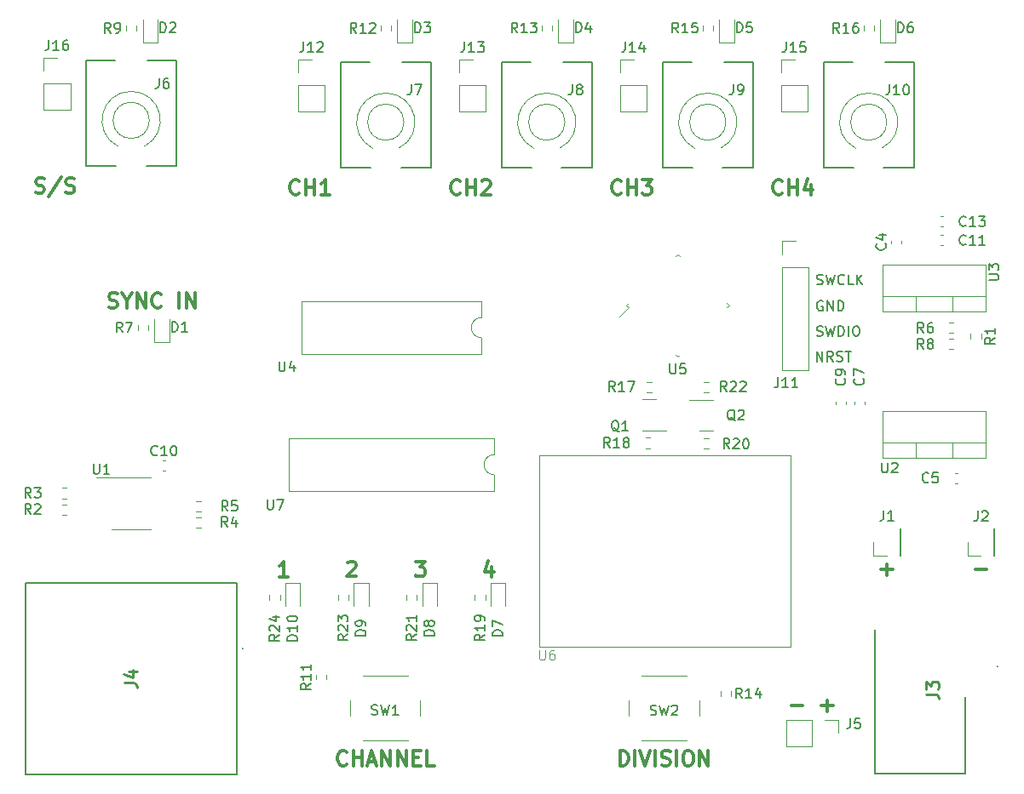
<source format=gbr>
%TF.GenerationSoftware,KiCad,Pcbnew,7.0.7*%
%TF.CreationDate,2023-11-07T21:09:30+00:00*%
%TF.ProjectId,clock_divider,636c6f63-6b5f-4646-9976-696465722e6b,rev?*%
%TF.SameCoordinates,Original*%
%TF.FileFunction,Legend,Top*%
%TF.FilePolarity,Positive*%
%FSLAX46Y46*%
G04 Gerber Fmt 4.6, Leading zero omitted, Abs format (unit mm)*
G04 Created by KiCad (PCBNEW 7.0.7) date 2023-11-07 21:09:30*
%MOMM*%
%LPD*%
G01*
G04 APERTURE LIST*
%ADD10C,0.150000*%
%ADD11C,0.300000*%
%ADD12C,0.100000*%
%ADD13C,0.254000*%
%ADD14C,0.120000*%
%ADD15C,0.200000*%
G04 APERTURE END LIST*
D10*
X170137143Y-73884819D02*
X170137143Y-72884819D01*
X170137143Y-72884819D02*
X170708571Y-73884819D01*
X170708571Y-73884819D02*
X170708571Y-72884819D01*
X171756190Y-73884819D02*
X171422857Y-73408628D01*
X171184762Y-73884819D02*
X171184762Y-72884819D01*
X171184762Y-72884819D02*
X171565714Y-72884819D01*
X171565714Y-72884819D02*
X171660952Y-72932438D01*
X171660952Y-72932438D02*
X171708571Y-72980057D01*
X171708571Y-72980057D02*
X171756190Y-73075295D01*
X171756190Y-73075295D02*
X171756190Y-73218152D01*
X171756190Y-73218152D02*
X171708571Y-73313390D01*
X171708571Y-73313390D02*
X171660952Y-73361009D01*
X171660952Y-73361009D02*
X171565714Y-73408628D01*
X171565714Y-73408628D02*
X171184762Y-73408628D01*
X172137143Y-73837200D02*
X172280000Y-73884819D01*
X172280000Y-73884819D02*
X172518095Y-73884819D01*
X172518095Y-73884819D02*
X172613333Y-73837200D01*
X172613333Y-73837200D02*
X172660952Y-73789580D01*
X172660952Y-73789580D02*
X172708571Y-73694342D01*
X172708571Y-73694342D02*
X172708571Y-73599104D01*
X172708571Y-73599104D02*
X172660952Y-73503866D01*
X172660952Y-73503866D02*
X172613333Y-73456247D01*
X172613333Y-73456247D02*
X172518095Y-73408628D01*
X172518095Y-73408628D02*
X172327619Y-73361009D01*
X172327619Y-73361009D02*
X172232381Y-73313390D01*
X172232381Y-73313390D02*
X172184762Y-73265771D01*
X172184762Y-73265771D02*
X172137143Y-73170533D01*
X172137143Y-73170533D02*
X172137143Y-73075295D01*
X172137143Y-73075295D02*
X172184762Y-72980057D01*
X172184762Y-72980057D02*
X172232381Y-72932438D01*
X172232381Y-72932438D02*
X172327619Y-72884819D01*
X172327619Y-72884819D02*
X172565714Y-72884819D01*
X172565714Y-72884819D02*
X172708571Y-72932438D01*
X172994286Y-72884819D02*
X173565714Y-72884819D01*
X173280000Y-73884819D02*
X173280000Y-72884819D01*
X170140953Y-71317200D02*
X170283810Y-71364819D01*
X170283810Y-71364819D02*
X170521905Y-71364819D01*
X170521905Y-71364819D02*
X170617143Y-71317200D01*
X170617143Y-71317200D02*
X170664762Y-71269580D01*
X170664762Y-71269580D02*
X170712381Y-71174342D01*
X170712381Y-71174342D02*
X170712381Y-71079104D01*
X170712381Y-71079104D02*
X170664762Y-70983866D01*
X170664762Y-70983866D02*
X170617143Y-70936247D01*
X170617143Y-70936247D02*
X170521905Y-70888628D01*
X170521905Y-70888628D02*
X170331429Y-70841009D01*
X170331429Y-70841009D02*
X170236191Y-70793390D01*
X170236191Y-70793390D02*
X170188572Y-70745771D01*
X170188572Y-70745771D02*
X170140953Y-70650533D01*
X170140953Y-70650533D02*
X170140953Y-70555295D01*
X170140953Y-70555295D02*
X170188572Y-70460057D01*
X170188572Y-70460057D02*
X170236191Y-70412438D01*
X170236191Y-70412438D02*
X170331429Y-70364819D01*
X170331429Y-70364819D02*
X170569524Y-70364819D01*
X170569524Y-70364819D02*
X170712381Y-70412438D01*
X171045715Y-70364819D02*
X171283810Y-71364819D01*
X171283810Y-71364819D02*
X171474286Y-70650533D01*
X171474286Y-70650533D02*
X171664762Y-71364819D01*
X171664762Y-71364819D02*
X171902858Y-70364819D01*
X172283810Y-71364819D02*
X172283810Y-70364819D01*
X172283810Y-70364819D02*
X172521905Y-70364819D01*
X172521905Y-70364819D02*
X172664762Y-70412438D01*
X172664762Y-70412438D02*
X172760000Y-70507676D01*
X172760000Y-70507676D02*
X172807619Y-70602914D01*
X172807619Y-70602914D02*
X172855238Y-70793390D01*
X172855238Y-70793390D02*
X172855238Y-70936247D01*
X172855238Y-70936247D02*
X172807619Y-71126723D01*
X172807619Y-71126723D02*
X172760000Y-71221961D01*
X172760000Y-71221961D02*
X172664762Y-71317200D01*
X172664762Y-71317200D02*
X172521905Y-71364819D01*
X172521905Y-71364819D02*
X172283810Y-71364819D01*
X173283810Y-71364819D02*
X173283810Y-70364819D01*
X173950476Y-70364819D02*
X174140952Y-70364819D01*
X174140952Y-70364819D02*
X174236190Y-70412438D01*
X174236190Y-70412438D02*
X174331428Y-70507676D01*
X174331428Y-70507676D02*
X174379047Y-70698152D01*
X174379047Y-70698152D02*
X174379047Y-71031485D01*
X174379047Y-71031485D02*
X174331428Y-71221961D01*
X174331428Y-71221961D02*
X174236190Y-71317200D01*
X174236190Y-71317200D02*
X174140952Y-71364819D01*
X174140952Y-71364819D02*
X173950476Y-71364819D01*
X173950476Y-71364819D02*
X173855238Y-71317200D01*
X173855238Y-71317200D02*
X173760000Y-71221961D01*
X173760000Y-71221961D02*
X173712381Y-71031485D01*
X173712381Y-71031485D02*
X173712381Y-70698152D01*
X173712381Y-70698152D02*
X173760000Y-70507676D01*
X173760000Y-70507676D02*
X173855238Y-70412438D01*
X173855238Y-70412438D02*
X173950476Y-70364819D01*
X170718095Y-67902438D02*
X170622857Y-67854819D01*
X170622857Y-67854819D02*
X170480000Y-67854819D01*
X170480000Y-67854819D02*
X170337143Y-67902438D01*
X170337143Y-67902438D02*
X170241905Y-67997676D01*
X170241905Y-67997676D02*
X170194286Y-68092914D01*
X170194286Y-68092914D02*
X170146667Y-68283390D01*
X170146667Y-68283390D02*
X170146667Y-68426247D01*
X170146667Y-68426247D02*
X170194286Y-68616723D01*
X170194286Y-68616723D02*
X170241905Y-68711961D01*
X170241905Y-68711961D02*
X170337143Y-68807200D01*
X170337143Y-68807200D02*
X170480000Y-68854819D01*
X170480000Y-68854819D02*
X170575238Y-68854819D01*
X170575238Y-68854819D02*
X170718095Y-68807200D01*
X170718095Y-68807200D02*
X170765714Y-68759580D01*
X170765714Y-68759580D02*
X170765714Y-68426247D01*
X170765714Y-68426247D02*
X170575238Y-68426247D01*
X171194286Y-68854819D02*
X171194286Y-67854819D01*
X171194286Y-67854819D02*
X171765714Y-68854819D01*
X171765714Y-68854819D02*
X171765714Y-67854819D01*
X172241905Y-68854819D02*
X172241905Y-67854819D01*
X172241905Y-67854819D02*
X172480000Y-67854819D01*
X172480000Y-67854819D02*
X172622857Y-67902438D01*
X172622857Y-67902438D02*
X172718095Y-67997676D01*
X172718095Y-67997676D02*
X172765714Y-68092914D01*
X172765714Y-68092914D02*
X172813333Y-68283390D01*
X172813333Y-68283390D02*
X172813333Y-68426247D01*
X172813333Y-68426247D02*
X172765714Y-68616723D01*
X172765714Y-68616723D02*
X172718095Y-68711961D01*
X172718095Y-68711961D02*
X172622857Y-68807200D01*
X172622857Y-68807200D02*
X172480000Y-68854819D01*
X172480000Y-68854819D02*
X172241905Y-68854819D01*
X170148095Y-66197200D02*
X170290952Y-66244819D01*
X170290952Y-66244819D02*
X170529047Y-66244819D01*
X170529047Y-66244819D02*
X170624285Y-66197200D01*
X170624285Y-66197200D02*
X170671904Y-66149580D01*
X170671904Y-66149580D02*
X170719523Y-66054342D01*
X170719523Y-66054342D02*
X170719523Y-65959104D01*
X170719523Y-65959104D02*
X170671904Y-65863866D01*
X170671904Y-65863866D02*
X170624285Y-65816247D01*
X170624285Y-65816247D02*
X170529047Y-65768628D01*
X170529047Y-65768628D02*
X170338571Y-65721009D01*
X170338571Y-65721009D02*
X170243333Y-65673390D01*
X170243333Y-65673390D02*
X170195714Y-65625771D01*
X170195714Y-65625771D02*
X170148095Y-65530533D01*
X170148095Y-65530533D02*
X170148095Y-65435295D01*
X170148095Y-65435295D02*
X170195714Y-65340057D01*
X170195714Y-65340057D02*
X170243333Y-65292438D01*
X170243333Y-65292438D02*
X170338571Y-65244819D01*
X170338571Y-65244819D02*
X170576666Y-65244819D01*
X170576666Y-65244819D02*
X170719523Y-65292438D01*
X171052857Y-65244819D02*
X171290952Y-66244819D01*
X171290952Y-66244819D02*
X171481428Y-65530533D01*
X171481428Y-65530533D02*
X171671904Y-66244819D01*
X171671904Y-66244819D02*
X171910000Y-65244819D01*
X172862380Y-66149580D02*
X172814761Y-66197200D01*
X172814761Y-66197200D02*
X172671904Y-66244819D01*
X172671904Y-66244819D02*
X172576666Y-66244819D01*
X172576666Y-66244819D02*
X172433809Y-66197200D01*
X172433809Y-66197200D02*
X172338571Y-66101961D01*
X172338571Y-66101961D02*
X172290952Y-66006723D01*
X172290952Y-66006723D02*
X172243333Y-65816247D01*
X172243333Y-65816247D02*
X172243333Y-65673390D01*
X172243333Y-65673390D02*
X172290952Y-65482914D01*
X172290952Y-65482914D02*
X172338571Y-65387676D01*
X172338571Y-65387676D02*
X172433809Y-65292438D01*
X172433809Y-65292438D02*
X172576666Y-65244819D01*
X172576666Y-65244819D02*
X172671904Y-65244819D01*
X172671904Y-65244819D02*
X172814761Y-65292438D01*
X172814761Y-65292438D02*
X172862380Y-65340057D01*
X173767142Y-66244819D02*
X173290952Y-66244819D01*
X173290952Y-66244819D02*
X173290952Y-65244819D01*
X174100476Y-66244819D02*
X174100476Y-65244819D01*
X174671904Y-66244819D02*
X174243333Y-65673390D01*
X174671904Y-65244819D02*
X174100476Y-65816247D01*
D11*
X99778571Y-68509400D02*
X99992857Y-68580828D01*
X99992857Y-68580828D02*
X100349999Y-68580828D01*
X100349999Y-68580828D02*
X100492857Y-68509400D01*
X100492857Y-68509400D02*
X100564285Y-68437971D01*
X100564285Y-68437971D02*
X100635714Y-68295114D01*
X100635714Y-68295114D02*
X100635714Y-68152257D01*
X100635714Y-68152257D02*
X100564285Y-68009400D01*
X100564285Y-68009400D02*
X100492857Y-67937971D01*
X100492857Y-67937971D02*
X100349999Y-67866542D01*
X100349999Y-67866542D02*
X100064285Y-67795114D01*
X100064285Y-67795114D02*
X99921428Y-67723685D01*
X99921428Y-67723685D02*
X99849999Y-67652257D01*
X99849999Y-67652257D02*
X99778571Y-67509400D01*
X99778571Y-67509400D02*
X99778571Y-67366542D01*
X99778571Y-67366542D02*
X99849999Y-67223685D01*
X99849999Y-67223685D02*
X99921428Y-67152257D01*
X99921428Y-67152257D02*
X100064285Y-67080828D01*
X100064285Y-67080828D02*
X100421428Y-67080828D01*
X100421428Y-67080828D02*
X100635714Y-67152257D01*
X101564285Y-67866542D02*
X101564285Y-68580828D01*
X101064285Y-67080828D02*
X101564285Y-67866542D01*
X101564285Y-67866542D02*
X102064285Y-67080828D01*
X102564284Y-68580828D02*
X102564284Y-67080828D01*
X102564284Y-67080828D02*
X103421427Y-68580828D01*
X103421427Y-68580828D02*
X103421427Y-67080828D01*
X104992856Y-68437971D02*
X104921428Y-68509400D01*
X104921428Y-68509400D02*
X104707142Y-68580828D01*
X104707142Y-68580828D02*
X104564285Y-68580828D01*
X104564285Y-68580828D02*
X104349999Y-68509400D01*
X104349999Y-68509400D02*
X104207142Y-68366542D01*
X104207142Y-68366542D02*
X104135713Y-68223685D01*
X104135713Y-68223685D02*
X104064285Y-67937971D01*
X104064285Y-67937971D02*
X104064285Y-67723685D01*
X104064285Y-67723685D02*
X104135713Y-67437971D01*
X104135713Y-67437971D02*
X104207142Y-67295114D01*
X104207142Y-67295114D02*
X104349999Y-67152257D01*
X104349999Y-67152257D02*
X104564285Y-67080828D01*
X104564285Y-67080828D02*
X104707142Y-67080828D01*
X104707142Y-67080828D02*
X104921428Y-67152257D01*
X104921428Y-67152257D02*
X104992856Y-67223685D01*
X106778570Y-68580828D02*
X106778570Y-67080828D01*
X107492856Y-68580828D02*
X107492856Y-67080828D01*
X107492856Y-67080828D02*
X108349999Y-68580828D01*
X108349999Y-68580828D02*
X108349999Y-67080828D01*
X92511429Y-57071900D02*
X92725715Y-57143328D01*
X92725715Y-57143328D02*
X93082857Y-57143328D01*
X93082857Y-57143328D02*
X93225715Y-57071900D01*
X93225715Y-57071900D02*
X93297143Y-57000471D01*
X93297143Y-57000471D02*
X93368572Y-56857614D01*
X93368572Y-56857614D02*
X93368572Y-56714757D01*
X93368572Y-56714757D02*
X93297143Y-56571900D01*
X93297143Y-56571900D02*
X93225715Y-56500471D01*
X93225715Y-56500471D02*
X93082857Y-56429042D01*
X93082857Y-56429042D02*
X92797143Y-56357614D01*
X92797143Y-56357614D02*
X92654286Y-56286185D01*
X92654286Y-56286185D02*
X92582857Y-56214757D01*
X92582857Y-56214757D02*
X92511429Y-56071900D01*
X92511429Y-56071900D02*
X92511429Y-55929042D01*
X92511429Y-55929042D02*
X92582857Y-55786185D01*
X92582857Y-55786185D02*
X92654286Y-55714757D01*
X92654286Y-55714757D02*
X92797143Y-55643328D01*
X92797143Y-55643328D02*
X93154286Y-55643328D01*
X93154286Y-55643328D02*
X93368572Y-55714757D01*
X95082857Y-55571900D02*
X93797143Y-57500471D01*
X95511429Y-57071900D02*
X95725715Y-57143328D01*
X95725715Y-57143328D02*
X96082857Y-57143328D01*
X96082857Y-57143328D02*
X96225715Y-57071900D01*
X96225715Y-57071900D02*
X96297143Y-57000471D01*
X96297143Y-57000471D02*
X96368572Y-56857614D01*
X96368572Y-56857614D02*
X96368572Y-56714757D01*
X96368572Y-56714757D02*
X96297143Y-56571900D01*
X96297143Y-56571900D02*
X96225715Y-56500471D01*
X96225715Y-56500471D02*
X96082857Y-56429042D01*
X96082857Y-56429042D02*
X95797143Y-56357614D01*
X95797143Y-56357614D02*
X95654286Y-56286185D01*
X95654286Y-56286185D02*
X95582857Y-56214757D01*
X95582857Y-56214757D02*
X95511429Y-56071900D01*
X95511429Y-56071900D02*
X95511429Y-55929042D01*
X95511429Y-55929042D02*
X95582857Y-55786185D01*
X95582857Y-55786185D02*
X95654286Y-55714757D01*
X95654286Y-55714757D02*
X95797143Y-55643328D01*
X95797143Y-55643328D02*
X96154286Y-55643328D01*
X96154286Y-55643328D02*
X96368572Y-55714757D01*
X185868571Y-94609400D02*
X187011429Y-94609400D01*
X176528571Y-94609400D02*
X177671429Y-94609400D01*
X177100000Y-95180828D02*
X177100000Y-94037971D01*
X171736428Y-108150600D02*
X170593571Y-108150600D01*
X171164999Y-107579171D02*
X171164999Y-108722028D01*
X168736428Y-108150600D02*
X167593571Y-108150600D01*
X166704285Y-57177971D02*
X166632857Y-57249400D01*
X166632857Y-57249400D02*
X166418571Y-57320828D01*
X166418571Y-57320828D02*
X166275714Y-57320828D01*
X166275714Y-57320828D02*
X166061428Y-57249400D01*
X166061428Y-57249400D02*
X165918571Y-57106542D01*
X165918571Y-57106542D02*
X165847142Y-56963685D01*
X165847142Y-56963685D02*
X165775714Y-56677971D01*
X165775714Y-56677971D02*
X165775714Y-56463685D01*
X165775714Y-56463685D02*
X165847142Y-56177971D01*
X165847142Y-56177971D02*
X165918571Y-56035114D01*
X165918571Y-56035114D02*
X166061428Y-55892257D01*
X166061428Y-55892257D02*
X166275714Y-55820828D01*
X166275714Y-55820828D02*
X166418571Y-55820828D01*
X166418571Y-55820828D02*
X166632857Y-55892257D01*
X166632857Y-55892257D02*
X166704285Y-55963685D01*
X167347142Y-57320828D02*
X167347142Y-55820828D01*
X167347142Y-56535114D02*
X168204285Y-56535114D01*
X168204285Y-57320828D02*
X168204285Y-55820828D01*
X169561429Y-56320828D02*
X169561429Y-57320828D01*
X169204286Y-55749400D02*
X168847143Y-56820828D01*
X168847143Y-56820828D02*
X169775714Y-56820828D01*
X150704285Y-57177971D02*
X150632857Y-57249400D01*
X150632857Y-57249400D02*
X150418571Y-57320828D01*
X150418571Y-57320828D02*
X150275714Y-57320828D01*
X150275714Y-57320828D02*
X150061428Y-57249400D01*
X150061428Y-57249400D02*
X149918571Y-57106542D01*
X149918571Y-57106542D02*
X149847142Y-56963685D01*
X149847142Y-56963685D02*
X149775714Y-56677971D01*
X149775714Y-56677971D02*
X149775714Y-56463685D01*
X149775714Y-56463685D02*
X149847142Y-56177971D01*
X149847142Y-56177971D02*
X149918571Y-56035114D01*
X149918571Y-56035114D02*
X150061428Y-55892257D01*
X150061428Y-55892257D02*
X150275714Y-55820828D01*
X150275714Y-55820828D02*
X150418571Y-55820828D01*
X150418571Y-55820828D02*
X150632857Y-55892257D01*
X150632857Y-55892257D02*
X150704285Y-55963685D01*
X151347142Y-57320828D02*
X151347142Y-55820828D01*
X151347142Y-56535114D02*
X152204285Y-56535114D01*
X152204285Y-57320828D02*
X152204285Y-55820828D01*
X152775714Y-55820828D02*
X153704286Y-55820828D01*
X153704286Y-55820828D02*
X153204286Y-56392257D01*
X153204286Y-56392257D02*
X153418571Y-56392257D01*
X153418571Y-56392257D02*
X153561429Y-56463685D01*
X153561429Y-56463685D02*
X153632857Y-56535114D01*
X153632857Y-56535114D02*
X153704286Y-56677971D01*
X153704286Y-56677971D02*
X153704286Y-57035114D01*
X153704286Y-57035114D02*
X153632857Y-57177971D01*
X153632857Y-57177971D02*
X153561429Y-57249400D01*
X153561429Y-57249400D02*
X153418571Y-57320828D01*
X153418571Y-57320828D02*
X152990000Y-57320828D01*
X152990000Y-57320828D02*
X152847143Y-57249400D01*
X152847143Y-57249400D02*
X152775714Y-57177971D01*
X134704285Y-57177971D02*
X134632857Y-57249400D01*
X134632857Y-57249400D02*
X134418571Y-57320828D01*
X134418571Y-57320828D02*
X134275714Y-57320828D01*
X134275714Y-57320828D02*
X134061428Y-57249400D01*
X134061428Y-57249400D02*
X133918571Y-57106542D01*
X133918571Y-57106542D02*
X133847142Y-56963685D01*
X133847142Y-56963685D02*
X133775714Y-56677971D01*
X133775714Y-56677971D02*
X133775714Y-56463685D01*
X133775714Y-56463685D02*
X133847142Y-56177971D01*
X133847142Y-56177971D02*
X133918571Y-56035114D01*
X133918571Y-56035114D02*
X134061428Y-55892257D01*
X134061428Y-55892257D02*
X134275714Y-55820828D01*
X134275714Y-55820828D02*
X134418571Y-55820828D01*
X134418571Y-55820828D02*
X134632857Y-55892257D01*
X134632857Y-55892257D02*
X134704285Y-55963685D01*
X135347142Y-57320828D02*
X135347142Y-55820828D01*
X135347142Y-56535114D02*
X136204285Y-56535114D01*
X136204285Y-57320828D02*
X136204285Y-55820828D01*
X136847143Y-55963685D02*
X136918571Y-55892257D01*
X136918571Y-55892257D02*
X137061429Y-55820828D01*
X137061429Y-55820828D02*
X137418571Y-55820828D01*
X137418571Y-55820828D02*
X137561429Y-55892257D01*
X137561429Y-55892257D02*
X137632857Y-55963685D01*
X137632857Y-55963685D02*
X137704286Y-56106542D01*
X137704286Y-56106542D02*
X137704286Y-56249400D01*
X137704286Y-56249400D02*
X137632857Y-56463685D01*
X137632857Y-56463685D02*
X136775714Y-57320828D01*
X136775714Y-57320828D02*
X137704286Y-57320828D01*
X118704285Y-57177971D02*
X118632857Y-57249400D01*
X118632857Y-57249400D02*
X118418571Y-57320828D01*
X118418571Y-57320828D02*
X118275714Y-57320828D01*
X118275714Y-57320828D02*
X118061428Y-57249400D01*
X118061428Y-57249400D02*
X117918571Y-57106542D01*
X117918571Y-57106542D02*
X117847142Y-56963685D01*
X117847142Y-56963685D02*
X117775714Y-56677971D01*
X117775714Y-56677971D02*
X117775714Y-56463685D01*
X117775714Y-56463685D02*
X117847142Y-56177971D01*
X117847142Y-56177971D02*
X117918571Y-56035114D01*
X117918571Y-56035114D02*
X118061428Y-55892257D01*
X118061428Y-55892257D02*
X118275714Y-55820828D01*
X118275714Y-55820828D02*
X118418571Y-55820828D01*
X118418571Y-55820828D02*
X118632857Y-55892257D01*
X118632857Y-55892257D02*
X118704285Y-55963685D01*
X119347142Y-57320828D02*
X119347142Y-55820828D01*
X119347142Y-56535114D02*
X120204285Y-56535114D01*
X120204285Y-57320828D02*
X120204285Y-55820828D01*
X121704286Y-57320828D02*
X120847143Y-57320828D01*
X121275714Y-57320828D02*
X121275714Y-55820828D01*
X121275714Y-55820828D02*
X121132857Y-56035114D01*
X121132857Y-56035114D02*
X120990000Y-56177971D01*
X120990000Y-56177971D02*
X120847143Y-56249400D01*
X150567142Y-114110828D02*
X150567142Y-112610828D01*
X150567142Y-112610828D02*
X150924285Y-112610828D01*
X150924285Y-112610828D02*
X151138571Y-112682257D01*
X151138571Y-112682257D02*
X151281428Y-112825114D01*
X151281428Y-112825114D02*
X151352857Y-112967971D01*
X151352857Y-112967971D02*
X151424285Y-113253685D01*
X151424285Y-113253685D02*
X151424285Y-113467971D01*
X151424285Y-113467971D02*
X151352857Y-113753685D01*
X151352857Y-113753685D02*
X151281428Y-113896542D01*
X151281428Y-113896542D02*
X151138571Y-114039400D01*
X151138571Y-114039400D02*
X150924285Y-114110828D01*
X150924285Y-114110828D02*
X150567142Y-114110828D01*
X152067142Y-114110828D02*
X152067142Y-112610828D01*
X152567143Y-112610828D02*
X153067143Y-114110828D01*
X153067143Y-114110828D02*
X153567143Y-112610828D01*
X154067142Y-114110828D02*
X154067142Y-112610828D01*
X154710000Y-114039400D02*
X154924286Y-114110828D01*
X154924286Y-114110828D02*
X155281428Y-114110828D01*
X155281428Y-114110828D02*
X155424286Y-114039400D01*
X155424286Y-114039400D02*
X155495714Y-113967971D01*
X155495714Y-113967971D02*
X155567143Y-113825114D01*
X155567143Y-113825114D02*
X155567143Y-113682257D01*
X155567143Y-113682257D02*
X155495714Y-113539400D01*
X155495714Y-113539400D02*
X155424286Y-113467971D01*
X155424286Y-113467971D02*
X155281428Y-113396542D01*
X155281428Y-113396542D02*
X154995714Y-113325114D01*
X154995714Y-113325114D02*
X154852857Y-113253685D01*
X154852857Y-113253685D02*
X154781428Y-113182257D01*
X154781428Y-113182257D02*
X154710000Y-113039400D01*
X154710000Y-113039400D02*
X154710000Y-112896542D01*
X154710000Y-112896542D02*
X154781428Y-112753685D01*
X154781428Y-112753685D02*
X154852857Y-112682257D01*
X154852857Y-112682257D02*
X154995714Y-112610828D01*
X154995714Y-112610828D02*
X155352857Y-112610828D01*
X155352857Y-112610828D02*
X155567143Y-112682257D01*
X156209999Y-114110828D02*
X156209999Y-112610828D01*
X157210000Y-112610828D02*
X157495714Y-112610828D01*
X157495714Y-112610828D02*
X157638571Y-112682257D01*
X157638571Y-112682257D02*
X157781428Y-112825114D01*
X157781428Y-112825114D02*
X157852857Y-113110828D01*
X157852857Y-113110828D02*
X157852857Y-113610828D01*
X157852857Y-113610828D02*
X157781428Y-113896542D01*
X157781428Y-113896542D02*
X157638571Y-114039400D01*
X157638571Y-114039400D02*
X157495714Y-114110828D01*
X157495714Y-114110828D02*
X157210000Y-114110828D01*
X157210000Y-114110828D02*
X157067143Y-114039400D01*
X157067143Y-114039400D02*
X156924285Y-113896542D01*
X156924285Y-113896542D02*
X156852857Y-113610828D01*
X156852857Y-113610828D02*
X156852857Y-113110828D01*
X156852857Y-113110828D02*
X156924285Y-112825114D01*
X156924285Y-112825114D02*
X157067143Y-112682257D01*
X157067143Y-112682257D02*
X157210000Y-112610828D01*
X158495714Y-114110828D02*
X158495714Y-112610828D01*
X158495714Y-112610828D02*
X159352857Y-114110828D01*
X159352857Y-114110828D02*
X159352857Y-112610828D01*
X123418570Y-113967971D02*
X123347142Y-114039400D01*
X123347142Y-114039400D02*
X123132856Y-114110828D01*
X123132856Y-114110828D02*
X122989999Y-114110828D01*
X122989999Y-114110828D02*
X122775713Y-114039400D01*
X122775713Y-114039400D02*
X122632856Y-113896542D01*
X122632856Y-113896542D02*
X122561427Y-113753685D01*
X122561427Y-113753685D02*
X122489999Y-113467971D01*
X122489999Y-113467971D02*
X122489999Y-113253685D01*
X122489999Y-113253685D02*
X122561427Y-112967971D01*
X122561427Y-112967971D02*
X122632856Y-112825114D01*
X122632856Y-112825114D02*
X122775713Y-112682257D01*
X122775713Y-112682257D02*
X122989999Y-112610828D01*
X122989999Y-112610828D02*
X123132856Y-112610828D01*
X123132856Y-112610828D02*
X123347142Y-112682257D01*
X123347142Y-112682257D02*
X123418570Y-112753685D01*
X124061427Y-114110828D02*
X124061427Y-112610828D01*
X124061427Y-113325114D02*
X124918570Y-113325114D01*
X124918570Y-114110828D02*
X124918570Y-112610828D01*
X125561428Y-113682257D02*
X126275714Y-113682257D01*
X125418571Y-114110828D02*
X125918571Y-112610828D01*
X125918571Y-112610828D02*
X126418571Y-114110828D01*
X126918570Y-114110828D02*
X126918570Y-112610828D01*
X126918570Y-112610828D02*
X127775713Y-114110828D01*
X127775713Y-114110828D02*
X127775713Y-112610828D01*
X128489999Y-114110828D02*
X128489999Y-112610828D01*
X128489999Y-112610828D02*
X129347142Y-114110828D01*
X129347142Y-114110828D02*
X129347142Y-112610828D01*
X130061428Y-113325114D02*
X130561428Y-113325114D01*
X130775714Y-114110828D02*
X130061428Y-114110828D01*
X130061428Y-114110828D02*
X130061428Y-112610828D01*
X130061428Y-112610828D02*
X130775714Y-112610828D01*
X132132857Y-114110828D02*
X131418571Y-114110828D01*
X131418571Y-114110828D02*
X131418571Y-112610828D01*
X137845715Y-94308328D02*
X137845715Y-95308328D01*
X137488572Y-93736900D02*
X137131429Y-94808328D01*
X137131429Y-94808328D02*
X138060000Y-94808328D01*
X130250000Y-93793328D02*
X131178572Y-93793328D01*
X131178572Y-93793328D02*
X130678572Y-94364757D01*
X130678572Y-94364757D02*
X130892857Y-94364757D01*
X130892857Y-94364757D02*
X131035715Y-94436185D01*
X131035715Y-94436185D02*
X131107143Y-94507614D01*
X131107143Y-94507614D02*
X131178572Y-94650471D01*
X131178572Y-94650471D02*
X131178572Y-95007614D01*
X131178572Y-95007614D02*
X131107143Y-95150471D01*
X131107143Y-95150471D02*
X131035715Y-95221900D01*
X131035715Y-95221900D02*
X130892857Y-95293328D01*
X130892857Y-95293328D02*
X130464286Y-95293328D01*
X130464286Y-95293328D02*
X130321429Y-95221900D01*
X130321429Y-95221900D02*
X130250000Y-95150471D01*
X123521429Y-93941185D02*
X123592857Y-93869757D01*
X123592857Y-93869757D02*
X123735715Y-93798328D01*
X123735715Y-93798328D02*
X124092857Y-93798328D01*
X124092857Y-93798328D02*
X124235715Y-93869757D01*
X124235715Y-93869757D02*
X124307143Y-93941185D01*
X124307143Y-93941185D02*
X124378572Y-94084042D01*
X124378572Y-94084042D02*
X124378572Y-94226900D01*
X124378572Y-94226900D02*
X124307143Y-94441185D01*
X124307143Y-94441185D02*
X123450000Y-95298328D01*
X123450000Y-95298328D02*
X124378572Y-95298328D01*
X117578572Y-95313328D02*
X116721429Y-95313328D01*
X117150000Y-95313328D02*
X117150000Y-93813328D01*
X117150000Y-93813328D02*
X117007143Y-94027614D01*
X117007143Y-94027614D02*
X116864286Y-94170471D01*
X116864286Y-94170471D02*
X116721429Y-94241900D01*
D10*
X176929580Y-62176666D02*
X176977200Y-62224285D01*
X176977200Y-62224285D02*
X177024819Y-62367142D01*
X177024819Y-62367142D02*
X177024819Y-62462380D01*
X177024819Y-62462380D02*
X176977200Y-62605237D01*
X176977200Y-62605237D02*
X176881961Y-62700475D01*
X176881961Y-62700475D02*
X176786723Y-62748094D01*
X176786723Y-62748094D02*
X176596247Y-62795713D01*
X176596247Y-62795713D02*
X176453390Y-62795713D01*
X176453390Y-62795713D02*
X176262914Y-62748094D01*
X176262914Y-62748094D02*
X176167676Y-62700475D01*
X176167676Y-62700475D02*
X176072438Y-62605237D01*
X176072438Y-62605237D02*
X176024819Y-62462380D01*
X176024819Y-62462380D02*
X176024819Y-62367142D01*
X176024819Y-62367142D02*
X176072438Y-62224285D01*
X176072438Y-62224285D02*
X176120057Y-62176666D01*
X176358152Y-61319523D02*
X177024819Y-61319523D01*
X175977200Y-61557618D02*
X176691485Y-61795713D01*
X176691485Y-61795713D02*
X176691485Y-61176666D01*
X181243333Y-85859580D02*
X181195714Y-85907200D01*
X181195714Y-85907200D02*
X181052857Y-85954819D01*
X181052857Y-85954819D02*
X180957619Y-85954819D01*
X180957619Y-85954819D02*
X180814762Y-85907200D01*
X180814762Y-85907200D02*
X180719524Y-85811961D01*
X180719524Y-85811961D02*
X180671905Y-85716723D01*
X180671905Y-85716723D02*
X180624286Y-85526247D01*
X180624286Y-85526247D02*
X180624286Y-85383390D01*
X180624286Y-85383390D02*
X180671905Y-85192914D01*
X180671905Y-85192914D02*
X180719524Y-85097676D01*
X180719524Y-85097676D02*
X180814762Y-85002438D01*
X180814762Y-85002438D02*
X180957619Y-84954819D01*
X180957619Y-84954819D02*
X181052857Y-84954819D01*
X181052857Y-84954819D02*
X181195714Y-85002438D01*
X181195714Y-85002438D02*
X181243333Y-85050057D01*
X182148095Y-84954819D02*
X181671905Y-84954819D01*
X181671905Y-84954819D02*
X181624286Y-85431009D01*
X181624286Y-85431009D02*
X181671905Y-85383390D01*
X181671905Y-85383390D02*
X181767143Y-85335771D01*
X181767143Y-85335771D02*
X182005238Y-85335771D01*
X182005238Y-85335771D02*
X182100476Y-85383390D01*
X182100476Y-85383390D02*
X182148095Y-85431009D01*
X182148095Y-85431009D02*
X182195714Y-85526247D01*
X182195714Y-85526247D02*
X182195714Y-85764342D01*
X182195714Y-85764342D02*
X182148095Y-85859580D01*
X182148095Y-85859580D02*
X182100476Y-85907200D01*
X182100476Y-85907200D02*
X182005238Y-85954819D01*
X182005238Y-85954819D02*
X181767143Y-85954819D01*
X181767143Y-85954819D02*
X181671905Y-85907200D01*
X181671905Y-85907200D02*
X181624286Y-85859580D01*
X174739580Y-75626666D02*
X174787200Y-75674285D01*
X174787200Y-75674285D02*
X174834819Y-75817142D01*
X174834819Y-75817142D02*
X174834819Y-75912380D01*
X174834819Y-75912380D02*
X174787200Y-76055237D01*
X174787200Y-76055237D02*
X174691961Y-76150475D01*
X174691961Y-76150475D02*
X174596723Y-76198094D01*
X174596723Y-76198094D02*
X174406247Y-76245713D01*
X174406247Y-76245713D02*
X174263390Y-76245713D01*
X174263390Y-76245713D02*
X174072914Y-76198094D01*
X174072914Y-76198094D02*
X173977676Y-76150475D01*
X173977676Y-76150475D02*
X173882438Y-76055237D01*
X173882438Y-76055237D02*
X173834819Y-75912380D01*
X173834819Y-75912380D02*
X173834819Y-75817142D01*
X173834819Y-75817142D02*
X173882438Y-75674285D01*
X173882438Y-75674285D02*
X173930057Y-75626666D01*
X173834819Y-75293332D02*
X173834819Y-74626666D01*
X173834819Y-74626666D02*
X174834819Y-75055237D01*
X184947142Y-62204580D02*
X184899523Y-62252200D01*
X184899523Y-62252200D02*
X184756666Y-62299819D01*
X184756666Y-62299819D02*
X184661428Y-62299819D01*
X184661428Y-62299819D02*
X184518571Y-62252200D01*
X184518571Y-62252200D02*
X184423333Y-62156961D01*
X184423333Y-62156961D02*
X184375714Y-62061723D01*
X184375714Y-62061723D02*
X184328095Y-61871247D01*
X184328095Y-61871247D02*
X184328095Y-61728390D01*
X184328095Y-61728390D02*
X184375714Y-61537914D01*
X184375714Y-61537914D02*
X184423333Y-61442676D01*
X184423333Y-61442676D02*
X184518571Y-61347438D01*
X184518571Y-61347438D02*
X184661428Y-61299819D01*
X184661428Y-61299819D02*
X184756666Y-61299819D01*
X184756666Y-61299819D02*
X184899523Y-61347438D01*
X184899523Y-61347438D02*
X184947142Y-61395057D01*
X185899523Y-62299819D02*
X185328095Y-62299819D01*
X185613809Y-62299819D02*
X185613809Y-61299819D01*
X185613809Y-61299819D02*
X185518571Y-61442676D01*
X185518571Y-61442676D02*
X185423333Y-61537914D01*
X185423333Y-61537914D02*
X185328095Y-61585533D01*
X186851904Y-62299819D02*
X186280476Y-62299819D01*
X186566190Y-62299819D02*
X186566190Y-61299819D01*
X186566190Y-61299819D02*
X186470952Y-61442676D01*
X186470952Y-61442676D02*
X186375714Y-61537914D01*
X186375714Y-61537914D02*
X186280476Y-61585533D01*
D12*
X142548095Y-102587419D02*
X142548095Y-103396942D01*
X142548095Y-103396942D02*
X142595714Y-103492180D01*
X142595714Y-103492180D02*
X142643333Y-103539800D01*
X142643333Y-103539800D02*
X142738571Y-103587419D01*
X142738571Y-103587419D02*
X142929047Y-103587419D01*
X142929047Y-103587419D02*
X143024285Y-103539800D01*
X143024285Y-103539800D02*
X143071904Y-103492180D01*
X143071904Y-103492180D02*
X143119523Y-103396942D01*
X143119523Y-103396942D02*
X143119523Y-102587419D01*
X144024285Y-102587419D02*
X143833809Y-102587419D01*
X143833809Y-102587419D02*
X143738571Y-102635038D01*
X143738571Y-102635038D02*
X143690952Y-102682657D01*
X143690952Y-102682657D02*
X143595714Y-102825514D01*
X143595714Y-102825514D02*
X143548095Y-103015990D01*
X143548095Y-103015990D02*
X143548095Y-103396942D01*
X143548095Y-103396942D02*
X143595714Y-103492180D01*
X143595714Y-103492180D02*
X143643333Y-103539800D01*
X143643333Y-103539800D02*
X143738571Y-103587419D01*
X143738571Y-103587419D02*
X143929047Y-103587419D01*
X143929047Y-103587419D02*
X144024285Y-103539800D01*
X144024285Y-103539800D02*
X144071904Y-103492180D01*
X144071904Y-103492180D02*
X144119523Y-103396942D01*
X144119523Y-103396942D02*
X144119523Y-103158847D01*
X144119523Y-103158847D02*
X144071904Y-103063609D01*
X144071904Y-103063609D02*
X144024285Y-103015990D01*
X144024285Y-103015990D02*
X143929047Y-102968371D01*
X143929047Y-102968371D02*
X143738571Y-102968371D01*
X143738571Y-102968371D02*
X143643333Y-103015990D01*
X143643333Y-103015990D02*
X143595714Y-103063609D01*
X143595714Y-103063609D02*
X143548095Y-103158847D01*
D10*
X93810476Y-41937319D02*
X93810476Y-42651604D01*
X93810476Y-42651604D02*
X93762857Y-42794461D01*
X93762857Y-42794461D02*
X93667619Y-42889700D01*
X93667619Y-42889700D02*
X93524762Y-42937319D01*
X93524762Y-42937319D02*
X93429524Y-42937319D01*
X94810476Y-42937319D02*
X94239048Y-42937319D01*
X94524762Y-42937319D02*
X94524762Y-41937319D01*
X94524762Y-41937319D02*
X94429524Y-42080176D01*
X94429524Y-42080176D02*
X94334286Y-42175414D01*
X94334286Y-42175414D02*
X94239048Y-42223033D01*
X95667619Y-41937319D02*
X95477143Y-41937319D01*
X95477143Y-41937319D02*
X95381905Y-41984938D01*
X95381905Y-41984938D02*
X95334286Y-42032557D01*
X95334286Y-42032557D02*
X95239048Y-42175414D01*
X95239048Y-42175414D02*
X95191429Y-42365890D01*
X95191429Y-42365890D02*
X95191429Y-42746842D01*
X95191429Y-42746842D02*
X95239048Y-42842080D01*
X95239048Y-42842080D02*
X95286667Y-42889700D01*
X95286667Y-42889700D02*
X95381905Y-42937319D01*
X95381905Y-42937319D02*
X95572381Y-42937319D01*
X95572381Y-42937319D02*
X95667619Y-42889700D01*
X95667619Y-42889700D02*
X95715238Y-42842080D01*
X95715238Y-42842080D02*
X95762857Y-42746842D01*
X95762857Y-42746842D02*
X95762857Y-42508747D01*
X95762857Y-42508747D02*
X95715238Y-42413509D01*
X95715238Y-42413509D02*
X95667619Y-42365890D01*
X95667619Y-42365890D02*
X95572381Y-42318271D01*
X95572381Y-42318271D02*
X95381905Y-42318271D01*
X95381905Y-42318271D02*
X95286667Y-42365890D01*
X95286667Y-42365890D02*
X95239048Y-42413509D01*
X95239048Y-42413509D02*
X95191429Y-42508747D01*
X167110476Y-42114819D02*
X167110476Y-42829104D01*
X167110476Y-42829104D02*
X167062857Y-42971961D01*
X167062857Y-42971961D02*
X166967619Y-43067200D01*
X166967619Y-43067200D02*
X166824762Y-43114819D01*
X166824762Y-43114819D02*
X166729524Y-43114819D01*
X168110476Y-43114819D02*
X167539048Y-43114819D01*
X167824762Y-43114819D02*
X167824762Y-42114819D01*
X167824762Y-42114819D02*
X167729524Y-42257676D01*
X167729524Y-42257676D02*
X167634286Y-42352914D01*
X167634286Y-42352914D02*
X167539048Y-42400533D01*
X169015238Y-42114819D02*
X168539048Y-42114819D01*
X168539048Y-42114819D02*
X168491429Y-42591009D01*
X168491429Y-42591009D02*
X168539048Y-42543390D01*
X168539048Y-42543390D02*
X168634286Y-42495771D01*
X168634286Y-42495771D02*
X168872381Y-42495771D01*
X168872381Y-42495771D02*
X168967619Y-42543390D01*
X168967619Y-42543390D02*
X169015238Y-42591009D01*
X169015238Y-42591009D02*
X169062857Y-42686247D01*
X169062857Y-42686247D02*
X169062857Y-42924342D01*
X169062857Y-42924342D02*
X169015238Y-43019580D01*
X169015238Y-43019580D02*
X168967619Y-43067200D01*
X168967619Y-43067200D02*
X168872381Y-43114819D01*
X168872381Y-43114819D02*
X168634286Y-43114819D01*
X168634286Y-43114819D02*
X168539048Y-43067200D01*
X168539048Y-43067200D02*
X168491429Y-43019580D01*
X151110476Y-42114819D02*
X151110476Y-42829104D01*
X151110476Y-42829104D02*
X151062857Y-42971961D01*
X151062857Y-42971961D02*
X150967619Y-43067200D01*
X150967619Y-43067200D02*
X150824762Y-43114819D01*
X150824762Y-43114819D02*
X150729524Y-43114819D01*
X152110476Y-43114819D02*
X151539048Y-43114819D01*
X151824762Y-43114819D02*
X151824762Y-42114819D01*
X151824762Y-42114819D02*
X151729524Y-42257676D01*
X151729524Y-42257676D02*
X151634286Y-42352914D01*
X151634286Y-42352914D02*
X151539048Y-42400533D01*
X152967619Y-42448152D02*
X152967619Y-43114819D01*
X152729524Y-42067200D02*
X152491429Y-42781485D01*
X152491429Y-42781485D02*
X153110476Y-42781485D01*
X135110476Y-42114819D02*
X135110476Y-42829104D01*
X135110476Y-42829104D02*
X135062857Y-42971961D01*
X135062857Y-42971961D02*
X134967619Y-43067200D01*
X134967619Y-43067200D02*
X134824762Y-43114819D01*
X134824762Y-43114819D02*
X134729524Y-43114819D01*
X136110476Y-43114819D02*
X135539048Y-43114819D01*
X135824762Y-43114819D02*
X135824762Y-42114819D01*
X135824762Y-42114819D02*
X135729524Y-42257676D01*
X135729524Y-42257676D02*
X135634286Y-42352914D01*
X135634286Y-42352914D02*
X135539048Y-42400533D01*
X136443810Y-42114819D02*
X137062857Y-42114819D01*
X137062857Y-42114819D02*
X136729524Y-42495771D01*
X136729524Y-42495771D02*
X136872381Y-42495771D01*
X136872381Y-42495771D02*
X136967619Y-42543390D01*
X136967619Y-42543390D02*
X137015238Y-42591009D01*
X137015238Y-42591009D02*
X137062857Y-42686247D01*
X137062857Y-42686247D02*
X137062857Y-42924342D01*
X137062857Y-42924342D02*
X137015238Y-43019580D01*
X137015238Y-43019580D02*
X136967619Y-43067200D01*
X136967619Y-43067200D02*
X136872381Y-43114819D01*
X136872381Y-43114819D02*
X136586667Y-43114819D01*
X136586667Y-43114819D02*
X136491429Y-43067200D01*
X136491429Y-43067200D02*
X136443810Y-43019580D01*
X119110476Y-42114819D02*
X119110476Y-42829104D01*
X119110476Y-42829104D02*
X119062857Y-42971961D01*
X119062857Y-42971961D02*
X118967619Y-43067200D01*
X118967619Y-43067200D02*
X118824762Y-43114819D01*
X118824762Y-43114819D02*
X118729524Y-43114819D01*
X120110476Y-43114819D02*
X119539048Y-43114819D01*
X119824762Y-43114819D02*
X119824762Y-42114819D01*
X119824762Y-42114819D02*
X119729524Y-42257676D01*
X119729524Y-42257676D02*
X119634286Y-42352914D01*
X119634286Y-42352914D02*
X119539048Y-42400533D01*
X120491429Y-42210057D02*
X120539048Y-42162438D01*
X120539048Y-42162438D02*
X120634286Y-42114819D01*
X120634286Y-42114819D02*
X120872381Y-42114819D01*
X120872381Y-42114819D02*
X120967619Y-42162438D01*
X120967619Y-42162438D02*
X121015238Y-42210057D01*
X121015238Y-42210057D02*
X121062857Y-42305295D01*
X121062857Y-42305295D02*
X121062857Y-42400533D01*
X121062857Y-42400533D02*
X121015238Y-42543390D01*
X121015238Y-42543390D02*
X120443810Y-43114819D01*
X120443810Y-43114819D02*
X121062857Y-43114819D01*
X177360476Y-46344819D02*
X177360476Y-47059104D01*
X177360476Y-47059104D02*
X177312857Y-47201961D01*
X177312857Y-47201961D02*
X177217619Y-47297200D01*
X177217619Y-47297200D02*
X177074762Y-47344819D01*
X177074762Y-47344819D02*
X176979524Y-47344819D01*
X178360476Y-47344819D02*
X177789048Y-47344819D01*
X178074762Y-47344819D02*
X178074762Y-46344819D01*
X178074762Y-46344819D02*
X177979524Y-46487676D01*
X177979524Y-46487676D02*
X177884286Y-46582914D01*
X177884286Y-46582914D02*
X177789048Y-46630533D01*
X178979524Y-46344819D02*
X179074762Y-46344819D01*
X179074762Y-46344819D02*
X179170000Y-46392438D01*
X179170000Y-46392438D02*
X179217619Y-46440057D01*
X179217619Y-46440057D02*
X179265238Y-46535295D01*
X179265238Y-46535295D02*
X179312857Y-46725771D01*
X179312857Y-46725771D02*
X179312857Y-46963866D01*
X179312857Y-46963866D02*
X179265238Y-47154342D01*
X179265238Y-47154342D02*
X179217619Y-47249580D01*
X179217619Y-47249580D02*
X179170000Y-47297200D01*
X179170000Y-47297200D02*
X179074762Y-47344819D01*
X179074762Y-47344819D02*
X178979524Y-47344819D01*
X178979524Y-47344819D02*
X178884286Y-47297200D01*
X178884286Y-47297200D02*
X178836667Y-47249580D01*
X178836667Y-47249580D02*
X178789048Y-47154342D01*
X178789048Y-47154342D02*
X178741429Y-46963866D01*
X178741429Y-46963866D02*
X178741429Y-46725771D01*
X178741429Y-46725771D02*
X178789048Y-46535295D01*
X178789048Y-46535295D02*
X178836667Y-46440057D01*
X178836667Y-46440057D02*
X178884286Y-46392438D01*
X178884286Y-46392438D02*
X178979524Y-46344819D01*
X118504819Y-101674285D02*
X117504819Y-101674285D01*
X117504819Y-101674285D02*
X117504819Y-101436190D01*
X117504819Y-101436190D02*
X117552438Y-101293333D01*
X117552438Y-101293333D02*
X117647676Y-101198095D01*
X117647676Y-101198095D02*
X117742914Y-101150476D01*
X117742914Y-101150476D02*
X117933390Y-101102857D01*
X117933390Y-101102857D02*
X118076247Y-101102857D01*
X118076247Y-101102857D02*
X118266723Y-101150476D01*
X118266723Y-101150476D02*
X118361961Y-101198095D01*
X118361961Y-101198095D02*
X118457200Y-101293333D01*
X118457200Y-101293333D02*
X118504819Y-101436190D01*
X118504819Y-101436190D02*
X118504819Y-101674285D01*
X118504819Y-100150476D02*
X118504819Y-100721904D01*
X118504819Y-100436190D02*
X117504819Y-100436190D01*
X117504819Y-100436190D02*
X117647676Y-100531428D01*
X117647676Y-100531428D02*
X117742914Y-100626666D01*
X117742914Y-100626666D02*
X117790533Y-100721904D01*
X117504819Y-99531428D02*
X117504819Y-99436190D01*
X117504819Y-99436190D02*
X117552438Y-99340952D01*
X117552438Y-99340952D02*
X117600057Y-99293333D01*
X117600057Y-99293333D02*
X117695295Y-99245714D01*
X117695295Y-99245714D02*
X117885771Y-99198095D01*
X117885771Y-99198095D02*
X118123866Y-99198095D01*
X118123866Y-99198095D02*
X118314342Y-99245714D01*
X118314342Y-99245714D02*
X118409580Y-99293333D01*
X118409580Y-99293333D02*
X118457200Y-99340952D01*
X118457200Y-99340952D02*
X118504819Y-99436190D01*
X118504819Y-99436190D02*
X118504819Y-99531428D01*
X118504819Y-99531428D02*
X118457200Y-99626666D01*
X118457200Y-99626666D02*
X118409580Y-99674285D01*
X118409580Y-99674285D02*
X118314342Y-99721904D01*
X118314342Y-99721904D02*
X118123866Y-99769523D01*
X118123866Y-99769523D02*
X117885771Y-99769523D01*
X117885771Y-99769523D02*
X117695295Y-99721904D01*
X117695295Y-99721904D02*
X117600057Y-99674285D01*
X117600057Y-99674285D02*
X117552438Y-99626666D01*
X117552438Y-99626666D02*
X117504819Y-99531428D01*
X106061905Y-70944819D02*
X106061905Y-69944819D01*
X106061905Y-69944819D02*
X106300000Y-69944819D01*
X106300000Y-69944819D02*
X106442857Y-69992438D01*
X106442857Y-69992438D02*
X106538095Y-70087676D01*
X106538095Y-70087676D02*
X106585714Y-70182914D01*
X106585714Y-70182914D02*
X106633333Y-70373390D01*
X106633333Y-70373390D02*
X106633333Y-70516247D01*
X106633333Y-70516247D02*
X106585714Y-70706723D01*
X106585714Y-70706723D02*
X106538095Y-70801961D01*
X106538095Y-70801961D02*
X106442857Y-70897200D01*
X106442857Y-70897200D02*
X106300000Y-70944819D01*
X106300000Y-70944819D02*
X106061905Y-70944819D01*
X107585714Y-70944819D02*
X107014286Y-70944819D01*
X107300000Y-70944819D02*
X107300000Y-69944819D01*
X107300000Y-69944819D02*
X107204762Y-70087676D01*
X107204762Y-70087676D02*
X107109524Y-70182914D01*
X107109524Y-70182914D02*
X107014286Y-70230533D01*
X172889579Y-75626666D02*
X172937199Y-75674285D01*
X172937199Y-75674285D02*
X172984818Y-75817142D01*
X172984818Y-75817142D02*
X172984818Y-75912380D01*
X172984818Y-75912380D02*
X172937199Y-76055237D01*
X172937199Y-76055237D02*
X172841960Y-76150475D01*
X172841960Y-76150475D02*
X172746722Y-76198094D01*
X172746722Y-76198094D02*
X172556246Y-76245713D01*
X172556246Y-76245713D02*
X172413389Y-76245713D01*
X172413389Y-76245713D02*
X172222913Y-76198094D01*
X172222913Y-76198094D02*
X172127675Y-76150475D01*
X172127675Y-76150475D02*
X172032437Y-76055237D01*
X172032437Y-76055237D02*
X171984818Y-75912380D01*
X171984818Y-75912380D02*
X171984818Y-75817142D01*
X171984818Y-75817142D02*
X172032437Y-75674285D01*
X172032437Y-75674285D02*
X172080056Y-75626666D01*
X172984818Y-75150475D02*
X172984818Y-74959999D01*
X172984818Y-74959999D02*
X172937199Y-74864761D01*
X172937199Y-74864761D02*
X172889579Y-74817142D01*
X172889579Y-74817142D02*
X172746722Y-74721904D01*
X172746722Y-74721904D02*
X172556246Y-74674285D01*
X172556246Y-74674285D02*
X172175294Y-74674285D01*
X172175294Y-74674285D02*
X172080056Y-74721904D01*
X172080056Y-74721904D02*
X172032437Y-74769523D01*
X172032437Y-74769523D02*
X171984818Y-74864761D01*
X171984818Y-74864761D02*
X171984818Y-75055237D01*
X171984818Y-75055237D02*
X172032437Y-75150475D01*
X172032437Y-75150475D02*
X172080056Y-75198094D01*
X172080056Y-75198094D02*
X172175294Y-75245713D01*
X172175294Y-75245713D02*
X172413389Y-75245713D01*
X172413389Y-75245713D02*
X172508627Y-75198094D01*
X172508627Y-75198094D02*
X172556246Y-75150475D01*
X172556246Y-75150475D02*
X172603865Y-75055237D01*
X172603865Y-75055237D02*
X172603865Y-74864761D01*
X172603865Y-74864761D02*
X172556246Y-74769523D01*
X172556246Y-74769523D02*
X172508627Y-74721904D01*
X172508627Y-74721904D02*
X172413389Y-74674285D01*
X149577142Y-82464819D02*
X149243809Y-81988628D01*
X149005714Y-82464819D02*
X149005714Y-81464819D01*
X149005714Y-81464819D02*
X149386666Y-81464819D01*
X149386666Y-81464819D02*
X149481904Y-81512438D01*
X149481904Y-81512438D02*
X149529523Y-81560057D01*
X149529523Y-81560057D02*
X149577142Y-81655295D01*
X149577142Y-81655295D02*
X149577142Y-81798152D01*
X149577142Y-81798152D02*
X149529523Y-81893390D01*
X149529523Y-81893390D02*
X149481904Y-81941009D01*
X149481904Y-81941009D02*
X149386666Y-81988628D01*
X149386666Y-81988628D02*
X149005714Y-81988628D01*
X150529523Y-82464819D02*
X149958095Y-82464819D01*
X150243809Y-82464819D02*
X150243809Y-81464819D01*
X150243809Y-81464819D02*
X150148571Y-81607676D01*
X150148571Y-81607676D02*
X150053333Y-81702914D01*
X150053333Y-81702914D02*
X149958095Y-81750533D01*
X151100952Y-81893390D02*
X151005714Y-81845771D01*
X151005714Y-81845771D02*
X150958095Y-81798152D01*
X150958095Y-81798152D02*
X150910476Y-81702914D01*
X150910476Y-81702914D02*
X150910476Y-81655295D01*
X150910476Y-81655295D02*
X150958095Y-81560057D01*
X150958095Y-81560057D02*
X151005714Y-81512438D01*
X151005714Y-81512438D02*
X151100952Y-81464819D01*
X151100952Y-81464819D02*
X151291428Y-81464819D01*
X151291428Y-81464819D02*
X151386666Y-81512438D01*
X151386666Y-81512438D02*
X151434285Y-81560057D01*
X151434285Y-81560057D02*
X151481904Y-81655295D01*
X151481904Y-81655295D02*
X151481904Y-81702914D01*
X151481904Y-81702914D02*
X151434285Y-81798152D01*
X151434285Y-81798152D02*
X151386666Y-81845771D01*
X151386666Y-81845771D02*
X151291428Y-81893390D01*
X151291428Y-81893390D02*
X151100952Y-81893390D01*
X151100952Y-81893390D02*
X151005714Y-81941009D01*
X151005714Y-81941009D02*
X150958095Y-81988628D01*
X150958095Y-81988628D02*
X150910476Y-82083866D01*
X150910476Y-82083866D02*
X150910476Y-82274342D01*
X150910476Y-82274342D02*
X150958095Y-82369580D01*
X150958095Y-82369580D02*
X151005714Y-82417200D01*
X151005714Y-82417200D02*
X151100952Y-82464819D01*
X151100952Y-82464819D02*
X151291428Y-82464819D01*
X151291428Y-82464819D02*
X151386666Y-82417200D01*
X151386666Y-82417200D02*
X151434285Y-82369580D01*
X151434285Y-82369580D02*
X151481904Y-82274342D01*
X151481904Y-82274342D02*
X151481904Y-82083866D01*
X151481904Y-82083866D02*
X151434285Y-81988628D01*
X151434285Y-81988628D02*
X151386666Y-81941009D01*
X151386666Y-81941009D02*
X151291428Y-81893390D01*
X150067142Y-76884819D02*
X149733809Y-76408628D01*
X149495714Y-76884819D02*
X149495714Y-75884819D01*
X149495714Y-75884819D02*
X149876666Y-75884819D01*
X149876666Y-75884819D02*
X149971904Y-75932438D01*
X149971904Y-75932438D02*
X150019523Y-75980057D01*
X150019523Y-75980057D02*
X150067142Y-76075295D01*
X150067142Y-76075295D02*
X150067142Y-76218152D01*
X150067142Y-76218152D02*
X150019523Y-76313390D01*
X150019523Y-76313390D02*
X149971904Y-76361009D01*
X149971904Y-76361009D02*
X149876666Y-76408628D01*
X149876666Y-76408628D02*
X149495714Y-76408628D01*
X151019523Y-76884819D02*
X150448095Y-76884819D01*
X150733809Y-76884819D02*
X150733809Y-75884819D01*
X150733809Y-75884819D02*
X150638571Y-76027676D01*
X150638571Y-76027676D02*
X150543333Y-76122914D01*
X150543333Y-76122914D02*
X150448095Y-76170533D01*
X151352857Y-75884819D02*
X152019523Y-75884819D01*
X152019523Y-75884819D02*
X151590952Y-76884819D01*
X125906667Y-109007200D02*
X126049524Y-109054819D01*
X126049524Y-109054819D02*
X126287619Y-109054819D01*
X126287619Y-109054819D02*
X126382857Y-109007200D01*
X126382857Y-109007200D02*
X126430476Y-108959580D01*
X126430476Y-108959580D02*
X126478095Y-108864342D01*
X126478095Y-108864342D02*
X126478095Y-108769104D01*
X126478095Y-108769104D02*
X126430476Y-108673866D01*
X126430476Y-108673866D02*
X126382857Y-108626247D01*
X126382857Y-108626247D02*
X126287619Y-108578628D01*
X126287619Y-108578628D02*
X126097143Y-108531009D01*
X126097143Y-108531009D02*
X126001905Y-108483390D01*
X126001905Y-108483390D02*
X125954286Y-108435771D01*
X125954286Y-108435771D02*
X125906667Y-108340533D01*
X125906667Y-108340533D02*
X125906667Y-108245295D01*
X125906667Y-108245295D02*
X125954286Y-108150057D01*
X125954286Y-108150057D02*
X126001905Y-108102438D01*
X126001905Y-108102438D02*
X126097143Y-108054819D01*
X126097143Y-108054819D02*
X126335238Y-108054819D01*
X126335238Y-108054819D02*
X126478095Y-108102438D01*
X126811429Y-108054819D02*
X127049524Y-109054819D01*
X127049524Y-109054819D02*
X127240000Y-108340533D01*
X127240000Y-108340533D02*
X127430476Y-109054819D01*
X127430476Y-109054819D02*
X127668572Y-108054819D01*
X128573333Y-109054819D02*
X128001905Y-109054819D01*
X128287619Y-109054819D02*
X128287619Y-108054819D01*
X128287619Y-108054819D02*
X128192381Y-108197676D01*
X128192381Y-108197676D02*
X128097143Y-108292914D01*
X128097143Y-108292914D02*
X128001905Y-108340533D01*
X184947142Y-60354580D02*
X184899523Y-60402200D01*
X184899523Y-60402200D02*
X184756666Y-60449819D01*
X184756666Y-60449819D02*
X184661428Y-60449819D01*
X184661428Y-60449819D02*
X184518571Y-60402200D01*
X184518571Y-60402200D02*
X184423333Y-60306961D01*
X184423333Y-60306961D02*
X184375714Y-60211723D01*
X184375714Y-60211723D02*
X184328095Y-60021247D01*
X184328095Y-60021247D02*
X184328095Y-59878390D01*
X184328095Y-59878390D02*
X184375714Y-59687914D01*
X184375714Y-59687914D02*
X184423333Y-59592676D01*
X184423333Y-59592676D02*
X184518571Y-59497438D01*
X184518571Y-59497438D02*
X184661428Y-59449819D01*
X184661428Y-59449819D02*
X184756666Y-59449819D01*
X184756666Y-59449819D02*
X184899523Y-59497438D01*
X184899523Y-59497438D02*
X184947142Y-59545057D01*
X185899523Y-60449819D02*
X185328095Y-60449819D01*
X185613809Y-60449819D02*
X185613809Y-59449819D01*
X185613809Y-59449819D02*
X185518571Y-59592676D01*
X185518571Y-59592676D02*
X185423333Y-59687914D01*
X185423333Y-59687914D02*
X185328095Y-59735533D01*
X186232857Y-59449819D02*
X186851904Y-59449819D01*
X186851904Y-59449819D02*
X186518571Y-59830771D01*
X186518571Y-59830771D02*
X186661428Y-59830771D01*
X186661428Y-59830771D02*
X186756666Y-59878390D01*
X186756666Y-59878390D02*
X186804285Y-59926009D01*
X186804285Y-59926009D02*
X186851904Y-60021247D01*
X186851904Y-60021247D02*
X186851904Y-60259342D01*
X186851904Y-60259342D02*
X186804285Y-60354580D01*
X186804285Y-60354580D02*
X186756666Y-60402200D01*
X186756666Y-60402200D02*
X186661428Y-60449819D01*
X186661428Y-60449819D02*
X186375714Y-60449819D01*
X186375714Y-60449819D02*
X186280476Y-60402200D01*
X186280476Y-60402200D02*
X186232857Y-60354580D01*
X116708095Y-73884819D02*
X116708095Y-74694342D01*
X116708095Y-74694342D02*
X116755714Y-74789580D01*
X116755714Y-74789580D02*
X116803333Y-74837200D01*
X116803333Y-74837200D02*
X116898571Y-74884819D01*
X116898571Y-74884819D02*
X117089047Y-74884819D01*
X117089047Y-74884819D02*
X117184285Y-74837200D01*
X117184285Y-74837200D02*
X117231904Y-74789580D01*
X117231904Y-74789580D02*
X117279523Y-74694342D01*
X117279523Y-74694342D02*
X117279523Y-73884819D01*
X118184285Y-74218152D02*
X118184285Y-74884819D01*
X117946190Y-73837200D02*
X117708095Y-74551485D01*
X117708095Y-74551485D02*
X118327142Y-74551485D01*
X138904819Y-101188094D02*
X137904819Y-101188094D01*
X137904819Y-101188094D02*
X137904819Y-100949999D01*
X137904819Y-100949999D02*
X137952438Y-100807142D01*
X137952438Y-100807142D02*
X138047676Y-100711904D01*
X138047676Y-100711904D02*
X138142914Y-100664285D01*
X138142914Y-100664285D02*
X138333390Y-100616666D01*
X138333390Y-100616666D02*
X138476247Y-100616666D01*
X138476247Y-100616666D02*
X138666723Y-100664285D01*
X138666723Y-100664285D02*
X138761961Y-100711904D01*
X138761961Y-100711904D02*
X138857200Y-100807142D01*
X138857200Y-100807142D02*
X138904819Y-100949999D01*
X138904819Y-100949999D02*
X138904819Y-101188094D01*
X137904819Y-100283332D02*
X137904819Y-99616666D01*
X137904819Y-99616666D02*
X138904819Y-100045237D01*
X132104819Y-101178094D02*
X131104819Y-101178094D01*
X131104819Y-101178094D02*
X131104819Y-100939999D01*
X131104819Y-100939999D02*
X131152438Y-100797142D01*
X131152438Y-100797142D02*
X131247676Y-100701904D01*
X131247676Y-100701904D02*
X131342914Y-100654285D01*
X131342914Y-100654285D02*
X131533390Y-100606666D01*
X131533390Y-100606666D02*
X131676247Y-100606666D01*
X131676247Y-100606666D02*
X131866723Y-100654285D01*
X131866723Y-100654285D02*
X131961961Y-100701904D01*
X131961961Y-100701904D02*
X132057200Y-100797142D01*
X132057200Y-100797142D02*
X132104819Y-100939999D01*
X132104819Y-100939999D02*
X132104819Y-101178094D01*
X131533390Y-100035237D02*
X131485771Y-100130475D01*
X131485771Y-100130475D02*
X131438152Y-100178094D01*
X131438152Y-100178094D02*
X131342914Y-100225713D01*
X131342914Y-100225713D02*
X131295295Y-100225713D01*
X131295295Y-100225713D02*
X131200057Y-100178094D01*
X131200057Y-100178094D02*
X131152438Y-100130475D01*
X131152438Y-100130475D02*
X131104819Y-100035237D01*
X131104819Y-100035237D02*
X131104819Y-99844761D01*
X131104819Y-99844761D02*
X131152438Y-99749523D01*
X131152438Y-99749523D02*
X131200057Y-99701904D01*
X131200057Y-99701904D02*
X131295295Y-99654285D01*
X131295295Y-99654285D02*
X131342914Y-99654285D01*
X131342914Y-99654285D02*
X131438152Y-99701904D01*
X131438152Y-99701904D02*
X131485771Y-99749523D01*
X131485771Y-99749523D02*
X131533390Y-99844761D01*
X131533390Y-99844761D02*
X131533390Y-100035237D01*
X131533390Y-100035237D02*
X131581009Y-100130475D01*
X131581009Y-100130475D02*
X131628628Y-100178094D01*
X131628628Y-100178094D02*
X131723866Y-100225713D01*
X131723866Y-100225713D02*
X131914342Y-100225713D01*
X131914342Y-100225713D02*
X132009580Y-100178094D01*
X132009580Y-100178094D02*
X132057200Y-100130475D01*
X132057200Y-100130475D02*
X132104819Y-100035237D01*
X132104819Y-100035237D02*
X132104819Y-99844761D01*
X132104819Y-99844761D02*
X132057200Y-99749523D01*
X132057200Y-99749523D02*
X132009580Y-99701904D01*
X132009580Y-99701904D02*
X131914342Y-99654285D01*
X131914342Y-99654285D02*
X131723866Y-99654285D01*
X131723866Y-99654285D02*
X131628628Y-99701904D01*
X131628628Y-99701904D02*
X131581009Y-99749523D01*
X131581009Y-99749523D02*
X131533390Y-99844761D01*
X155548095Y-74124819D02*
X155548095Y-74934342D01*
X155548095Y-74934342D02*
X155595714Y-75029580D01*
X155595714Y-75029580D02*
X155643333Y-75077200D01*
X155643333Y-75077200D02*
X155738571Y-75124819D01*
X155738571Y-75124819D02*
X155929047Y-75124819D01*
X155929047Y-75124819D02*
X156024285Y-75077200D01*
X156024285Y-75077200D02*
X156071904Y-75029580D01*
X156071904Y-75029580D02*
X156119523Y-74934342D01*
X156119523Y-74934342D02*
X156119523Y-74124819D01*
X157071904Y-74124819D02*
X156595714Y-74124819D01*
X156595714Y-74124819D02*
X156548095Y-74601009D01*
X156548095Y-74601009D02*
X156595714Y-74553390D01*
X156595714Y-74553390D02*
X156690952Y-74505771D01*
X156690952Y-74505771D02*
X156929047Y-74505771D01*
X156929047Y-74505771D02*
X157024285Y-74553390D01*
X157024285Y-74553390D02*
X157071904Y-74601009D01*
X157071904Y-74601009D02*
X157119523Y-74696247D01*
X157119523Y-74696247D02*
X157119523Y-74934342D01*
X157119523Y-74934342D02*
X157071904Y-75029580D01*
X157071904Y-75029580D02*
X157024285Y-75077200D01*
X157024285Y-75077200D02*
X156929047Y-75124819D01*
X156929047Y-75124819D02*
X156690952Y-75124819D01*
X156690952Y-75124819D02*
X156595714Y-75077200D01*
X156595714Y-75077200D02*
X156548095Y-75029580D01*
X140387142Y-41194819D02*
X140053809Y-40718628D01*
X139815714Y-41194819D02*
X139815714Y-40194819D01*
X139815714Y-40194819D02*
X140196666Y-40194819D01*
X140196666Y-40194819D02*
X140291904Y-40242438D01*
X140291904Y-40242438D02*
X140339523Y-40290057D01*
X140339523Y-40290057D02*
X140387142Y-40385295D01*
X140387142Y-40385295D02*
X140387142Y-40528152D01*
X140387142Y-40528152D02*
X140339523Y-40623390D01*
X140339523Y-40623390D02*
X140291904Y-40671009D01*
X140291904Y-40671009D02*
X140196666Y-40718628D01*
X140196666Y-40718628D02*
X139815714Y-40718628D01*
X141339523Y-41194819D02*
X140768095Y-41194819D01*
X141053809Y-41194819D02*
X141053809Y-40194819D01*
X141053809Y-40194819D02*
X140958571Y-40337676D01*
X140958571Y-40337676D02*
X140863333Y-40432914D01*
X140863333Y-40432914D02*
X140768095Y-40480533D01*
X141672857Y-40194819D02*
X142291904Y-40194819D01*
X142291904Y-40194819D02*
X141958571Y-40575771D01*
X141958571Y-40575771D02*
X142101428Y-40575771D01*
X142101428Y-40575771D02*
X142196666Y-40623390D01*
X142196666Y-40623390D02*
X142244285Y-40671009D01*
X142244285Y-40671009D02*
X142291904Y-40766247D01*
X142291904Y-40766247D02*
X142291904Y-41004342D01*
X142291904Y-41004342D02*
X142244285Y-41099580D01*
X142244285Y-41099580D02*
X142196666Y-41147200D01*
X142196666Y-41147200D02*
X142101428Y-41194819D01*
X142101428Y-41194819D02*
X141815714Y-41194819D01*
X141815714Y-41194819D02*
X141720476Y-41147200D01*
X141720476Y-41147200D02*
X141672857Y-41099580D01*
X124377142Y-41204819D02*
X124043809Y-40728628D01*
X123805714Y-41204819D02*
X123805714Y-40204819D01*
X123805714Y-40204819D02*
X124186666Y-40204819D01*
X124186666Y-40204819D02*
X124281904Y-40252438D01*
X124281904Y-40252438D02*
X124329523Y-40300057D01*
X124329523Y-40300057D02*
X124377142Y-40395295D01*
X124377142Y-40395295D02*
X124377142Y-40538152D01*
X124377142Y-40538152D02*
X124329523Y-40633390D01*
X124329523Y-40633390D02*
X124281904Y-40681009D01*
X124281904Y-40681009D02*
X124186666Y-40728628D01*
X124186666Y-40728628D02*
X123805714Y-40728628D01*
X125329523Y-41204819D02*
X124758095Y-41204819D01*
X125043809Y-41204819D02*
X125043809Y-40204819D01*
X125043809Y-40204819D02*
X124948571Y-40347676D01*
X124948571Y-40347676D02*
X124853333Y-40442914D01*
X124853333Y-40442914D02*
X124758095Y-40490533D01*
X125710476Y-40300057D02*
X125758095Y-40252438D01*
X125758095Y-40252438D02*
X125853333Y-40204819D01*
X125853333Y-40204819D02*
X126091428Y-40204819D01*
X126091428Y-40204819D02*
X126186666Y-40252438D01*
X126186666Y-40252438D02*
X126234285Y-40300057D01*
X126234285Y-40300057D02*
X126281904Y-40395295D01*
X126281904Y-40395295D02*
X126281904Y-40490533D01*
X126281904Y-40490533D02*
X126234285Y-40633390D01*
X126234285Y-40633390D02*
X125662857Y-41204819D01*
X125662857Y-41204819D02*
X126281904Y-41204819D01*
X99963333Y-41204819D02*
X99630000Y-40728628D01*
X99391905Y-41204819D02*
X99391905Y-40204819D01*
X99391905Y-40204819D02*
X99772857Y-40204819D01*
X99772857Y-40204819D02*
X99868095Y-40252438D01*
X99868095Y-40252438D02*
X99915714Y-40300057D01*
X99915714Y-40300057D02*
X99963333Y-40395295D01*
X99963333Y-40395295D02*
X99963333Y-40538152D01*
X99963333Y-40538152D02*
X99915714Y-40633390D01*
X99915714Y-40633390D02*
X99868095Y-40681009D01*
X99868095Y-40681009D02*
X99772857Y-40728628D01*
X99772857Y-40728628D02*
X99391905Y-40728628D01*
X100439524Y-41204819D02*
X100630000Y-41204819D01*
X100630000Y-41204819D02*
X100725238Y-41157200D01*
X100725238Y-41157200D02*
X100772857Y-41109580D01*
X100772857Y-41109580D02*
X100868095Y-40966723D01*
X100868095Y-40966723D02*
X100915714Y-40776247D01*
X100915714Y-40776247D02*
X100915714Y-40395295D01*
X100915714Y-40395295D02*
X100868095Y-40300057D01*
X100868095Y-40300057D02*
X100820476Y-40252438D01*
X100820476Y-40252438D02*
X100725238Y-40204819D01*
X100725238Y-40204819D02*
X100534762Y-40204819D01*
X100534762Y-40204819D02*
X100439524Y-40252438D01*
X100439524Y-40252438D02*
X100391905Y-40300057D01*
X100391905Y-40300057D02*
X100344286Y-40395295D01*
X100344286Y-40395295D02*
X100344286Y-40633390D01*
X100344286Y-40633390D02*
X100391905Y-40728628D01*
X100391905Y-40728628D02*
X100439524Y-40776247D01*
X100439524Y-40776247D02*
X100534762Y-40823866D01*
X100534762Y-40823866D02*
X100725238Y-40823866D01*
X100725238Y-40823866D02*
X100820476Y-40776247D01*
X100820476Y-40776247D02*
X100868095Y-40728628D01*
X100868095Y-40728628D02*
X100915714Y-40633390D01*
X187839819Y-71531666D02*
X187363628Y-71864999D01*
X187839819Y-72103094D02*
X186839819Y-72103094D01*
X186839819Y-72103094D02*
X186839819Y-71722142D01*
X186839819Y-71722142D02*
X186887438Y-71626904D01*
X186887438Y-71626904D02*
X186935057Y-71579285D01*
X186935057Y-71579285D02*
X187030295Y-71531666D01*
X187030295Y-71531666D02*
X187173152Y-71531666D01*
X187173152Y-71531666D02*
X187268390Y-71579285D01*
X187268390Y-71579285D02*
X187316009Y-71626904D01*
X187316009Y-71626904D02*
X187363628Y-71722142D01*
X187363628Y-71722142D02*
X187363628Y-72103094D01*
X187839819Y-70579285D02*
X187839819Y-71150713D01*
X187839819Y-70864999D02*
X186839819Y-70864999D01*
X186839819Y-70864999D02*
X186982676Y-70960237D01*
X186982676Y-70960237D02*
X187077914Y-71055475D01*
X187077914Y-71055475D02*
X187125533Y-71150713D01*
X92043333Y-87454819D02*
X91710000Y-86978628D01*
X91471905Y-87454819D02*
X91471905Y-86454819D01*
X91471905Y-86454819D02*
X91852857Y-86454819D01*
X91852857Y-86454819D02*
X91948095Y-86502438D01*
X91948095Y-86502438D02*
X91995714Y-86550057D01*
X91995714Y-86550057D02*
X92043333Y-86645295D01*
X92043333Y-86645295D02*
X92043333Y-86788152D01*
X92043333Y-86788152D02*
X91995714Y-86883390D01*
X91995714Y-86883390D02*
X91948095Y-86931009D01*
X91948095Y-86931009D02*
X91852857Y-86978628D01*
X91852857Y-86978628D02*
X91471905Y-86978628D01*
X92376667Y-86454819D02*
X92995714Y-86454819D01*
X92995714Y-86454819D02*
X92662381Y-86835771D01*
X92662381Y-86835771D02*
X92805238Y-86835771D01*
X92805238Y-86835771D02*
X92900476Y-86883390D01*
X92900476Y-86883390D02*
X92948095Y-86931009D01*
X92948095Y-86931009D02*
X92995714Y-87026247D01*
X92995714Y-87026247D02*
X92995714Y-87264342D01*
X92995714Y-87264342D02*
X92948095Y-87359580D01*
X92948095Y-87359580D02*
X92900476Y-87407200D01*
X92900476Y-87407200D02*
X92805238Y-87454819D01*
X92805238Y-87454819D02*
X92519524Y-87454819D01*
X92519524Y-87454819D02*
X92424286Y-87407200D01*
X92424286Y-87407200D02*
X92376667Y-87359580D01*
X176598095Y-83964819D02*
X176598095Y-84774342D01*
X176598095Y-84774342D02*
X176645714Y-84869580D01*
X176645714Y-84869580D02*
X176693333Y-84917200D01*
X176693333Y-84917200D02*
X176788571Y-84964819D01*
X176788571Y-84964819D02*
X176979047Y-84964819D01*
X176979047Y-84964819D02*
X177074285Y-84917200D01*
X177074285Y-84917200D02*
X177121904Y-84869580D01*
X177121904Y-84869580D02*
X177169523Y-84774342D01*
X177169523Y-84774342D02*
X177169523Y-83964819D01*
X177598095Y-84060057D02*
X177645714Y-84012438D01*
X177645714Y-84012438D02*
X177740952Y-83964819D01*
X177740952Y-83964819D02*
X177979047Y-83964819D01*
X177979047Y-83964819D02*
X178074285Y-84012438D01*
X178074285Y-84012438D02*
X178121904Y-84060057D01*
X178121904Y-84060057D02*
X178169523Y-84155295D01*
X178169523Y-84155295D02*
X178169523Y-84250533D01*
X178169523Y-84250533D02*
X178121904Y-84393390D01*
X178121904Y-84393390D02*
X177550476Y-84964819D01*
X177550476Y-84964819D02*
X178169523Y-84964819D01*
X146201905Y-41154819D02*
X146201905Y-40154819D01*
X146201905Y-40154819D02*
X146440000Y-40154819D01*
X146440000Y-40154819D02*
X146582857Y-40202438D01*
X146582857Y-40202438D02*
X146678095Y-40297676D01*
X146678095Y-40297676D02*
X146725714Y-40392914D01*
X146725714Y-40392914D02*
X146773333Y-40583390D01*
X146773333Y-40583390D02*
X146773333Y-40726247D01*
X146773333Y-40726247D02*
X146725714Y-40916723D01*
X146725714Y-40916723D02*
X146678095Y-41011961D01*
X146678095Y-41011961D02*
X146582857Y-41107200D01*
X146582857Y-41107200D02*
X146440000Y-41154819D01*
X146440000Y-41154819D02*
X146201905Y-41154819D01*
X147630476Y-40488152D02*
X147630476Y-41154819D01*
X147392381Y-40107200D02*
X147154286Y-40821485D01*
X147154286Y-40821485D02*
X147773333Y-40821485D01*
X176776666Y-88714819D02*
X176776666Y-89429104D01*
X176776666Y-89429104D02*
X176729047Y-89571961D01*
X176729047Y-89571961D02*
X176633809Y-89667200D01*
X176633809Y-89667200D02*
X176490952Y-89714819D01*
X176490952Y-89714819D02*
X176395714Y-89714819D01*
X177776666Y-89714819D02*
X177205238Y-89714819D01*
X177490952Y-89714819D02*
X177490952Y-88714819D01*
X177490952Y-88714819D02*
X177395714Y-88857676D01*
X177395714Y-88857676D02*
X177300476Y-88952914D01*
X177300476Y-88952914D02*
X177205238Y-89000533D01*
X161187142Y-76884819D02*
X160853809Y-76408628D01*
X160615714Y-76884819D02*
X160615714Y-75884819D01*
X160615714Y-75884819D02*
X160996666Y-75884819D01*
X160996666Y-75884819D02*
X161091904Y-75932438D01*
X161091904Y-75932438D02*
X161139523Y-75980057D01*
X161139523Y-75980057D02*
X161187142Y-76075295D01*
X161187142Y-76075295D02*
X161187142Y-76218152D01*
X161187142Y-76218152D02*
X161139523Y-76313390D01*
X161139523Y-76313390D02*
X161091904Y-76361009D01*
X161091904Y-76361009D02*
X160996666Y-76408628D01*
X160996666Y-76408628D02*
X160615714Y-76408628D01*
X161568095Y-75980057D02*
X161615714Y-75932438D01*
X161615714Y-75932438D02*
X161710952Y-75884819D01*
X161710952Y-75884819D02*
X161949047Y-75884819D01*
X161949047Y-75884819D02*
X162044285Y-75932438D01*
X162044285Y-75932438D02*
X162091904Y-75980057D01*
X162091904Y-75980057D02*
X162139523Y-76075295D01*
X162139523Y-76075295D02*
X162139523Y-76170533D01*
X162139523Y-76170533D02*
X162091904Y-76313390D01*
X162091904Y-76313390D02*
X161520476Y-76884819D01*
X161520476Y-76884819D02*
X162139523Y-76884819D01*
X162520476Y-75980057D02*
X162568095Y-75932438D01*
X162568095Y-75932438D02*
X162663333Y-75884819D01*
X162663333Y-75884819D02*
X162901428Y-75884819D01*
X162901428Y-75884819D02*
X162996666Y-75932438D01*
X162996666Y-75932438D02*
X163044285Y-75980057D01*
X163044285Y-75980057D02*
X163091904Y-76075295D01*
X163091904Y-76075295D02*
X163091904Y-76170533D01*
X163091904Y-76170533D02*
X163044285Y-76313390D01*
X163044285Y-76313390D02*
X162472857Y-76884819D01*
X162472857Y-76884819D02*
X163091904Y-76884819D01*
X92033333Y-89084819D02*
X91700000Y-88608628D01*
X91461905Y-89084819D02*
X91461905Y-88084819D01*
X91461905Y-88084819D02*
X91842857Y-88084819D01*
X91842857Y-88084819D02*
X91938095Y-88132438D01*
X91938095Y-88132438D02*
X91985714Y-88180057D01*
X91985714Y-88180057D02*
X92033333Y-88275295D01*
X92033333Y-88275295D02*
X92033333Y-88418152D01*
X92033333Y-88418152D02*
X91985714Y-88513390D01*
X91985714Y-88513390D02*
X91938095Y-88561009D01*
X91938095Y-88561009D02*
X91842857Y-88608628D01*
X91842857Y-88608628D02*
X91461905Y-88608628D01*
X92414286Y-88180057D02*
X92461905Y-88132438D01*
X92461905Y-88132438D02*
X92557143Y-88084819D01*
X92557143Y-88084819D02*
X92795238Y-88084819D01*
X92795238Y-88084819D02*
X92890476Y-88132438D01*
X92890476Y-88132438D02*
X92938095Y-88180057D01*
X92938095Y-88180057D02*
X92985714Y-88275295D01*
X92985714Y-88275295D02*
X92985714Y-88370533D01*
X92985714Y-88370533D02*
X92938095Y-88513390D01*
X92938095Y-88513390D02*
X92366667Y-89084819D01*
X92366667Y-89084819D02*
X92985714Y-89084819D01*
X129836666Y-46344819D02*
X129836666Y-47059104D01*
X129836666Y-47059104D02*
X129789047Y-47201961D01*
X129789047Y-47201961D02*
X129693809Y-47297200D01*
X129693809Y-47297200D02*
X129550952Y-47344819D01*
X129550952Y-47344819D02*
X129455714Y-47344819D01*
X130217619Y-46344819D02*
X130884285Y-46344819D01*
X130884285Y-46344819D02*
X130455714Y-47344819D01*
X104766666Y-45714819D02*
X104766666Y-46429104D01*
X104766666Y-46429104D02*
X104719047Y-46571961D01*
X104719047Y-46571961D02*
X104623809Y-46667200D01*
X104623809Y-46667200D02*
X104480952Y-46714819D01*
X104480952Y-46714819D02*
X104385714Y-46714819D01*
X105671428Y-45714819D02*
X105480952Y-45714819D01*
X105480952Y-45714819D02*
X105385714Y-45762438D01*
X105385714Y-45762438D02*
X105338095Y-45810057D01*
X105338095Y-45810057D02*
X105242857Y-45952914D01*
X105242857Y-45952914D02*
X105195238Y-46143390D01*
X105195238Y-46143390D02*
X105195238Y-46524342D01*
X105195238Y-46524342D02*
X105242857Y-46619580D01*
X105242857Y-46619580D02*
X105290476Y-46667200D01*
X105290476Y-46667200D02*
X105385714Y-46714819D01*
X105385714Y-46714819D02*
X105576190Y-46714819D01*
X105576190Y-46714819D02*
X105671428Y-46667200D01*
X105671428Y-46667200D02*
X105719047Y-46619580D01*
X105719047Y-46619580D02*
X105766666Y-46524342D01*
X105766666Y-46524342D02*
X105766666Y-46286247D01*
X105766666Y-46286247D02*
X105719047Y-46191009D01*
X105719047Y-46191009D02*
X105671428Y-46143390D01*
X105671428Y-46143390D02*
X105576190Y-46095771D01*
X105576190Y-46095771D02*
X105385714Y-46095771D01*
X105385714Y-46095771D02*
X105290476Y-46143390D01*
X105290476Y-46143390D02*
X105242857Y-46191009D01*
X105242857Y-46191009D02*
X105195238Y-46286247D01*
X111578333Y-90354819D02*
X111245000Y-89878628D01*
X111006905Y-90354819D02*
X111006905Y-89354819D01*
X111006905Y-89354819D02*
X111387857Y-89354819D01*
X111387857Y-89354819D02*
X111483095Y-89402438D01*
X111483095Y-89402438D02*
X111530714Y-89450057D01*
X111530714Y-89450057D02*
X111578333Y-89545295D01*
X111578333Y-89545295D02*
X111578333Y-89688152D01*
X111578333Y-89688152D02*
X111530714Y-89783390D01*
X111530714Y-89783390D02*
X111483095Y-89831009D01*
X111483095Y-89831009D02*
X111387857Y-89878628D01*
X111387857Y-89878628D02*
X111006905Y-89878628D01*
X112435476Y-89688152D02*
X112435476Y-90354819D01*
X112197381Y-89307200D02*
X111959286Y-90021485D01*
X111959286Y-90021485D02*
X112578333Y-90021485D01*
X104602142Y-83169580D02*
X104554523Y-83217200D01*
X104554523Y-83217200D02*
X104411666Y-83264819D01*
X104411666Y-83264819D02*
X104316428Y-83264819D01*
X104316428Y-83264819D02*
X104173571Y-83217200D01*
X104173571Y-83217200D02*
X104078333Y-83121961D01*
X104078333Y-83121961D02*
X104030714Y-83026723D01*
X104030714Y-83026723D02*
X103983095Y-82836247D01*
X103983095Y-82836247D02*
X103983095Y-82693390D01*
X103983095Y-82693390D02*
X104030714Y-82502914D01*
X104030714Y-82502914D02*
X104078333Y-82407676D01*
X104078333Y-82407676D02*
X104173571Y-82312438D01*
X104173571Y-82312438D02*
X104316428Y-82264819D01*
X104316428Y-82264819D02*
X104411666Y-82264819D01*
X104411666Y-82264819D02*
X104554523Y-82312438D01*
X104554523Y-82312438D02*
X104602142Y-82360057D01*
X105554523Y-83264819D02*
X104983095Y-83264819D01*
X105268809Y-83264819D02*
X105268809Y-82264819D01*
X105268809Y-82264819D02*
X105173571Y-82407676D01*
X105173571Y-82407676D02*
X105078333Y-82502914D01*
X105078333Y-82502914D02*
X104983095Y-82550533D01*
X106173571Y-82264819D02*
X106268809Y-82264819D01*
X106268809Y-82264819D02*
X106364047Y-82312438D01*
X106364047Y-82312438D02*
X106411666Y-82360057D01*
X106411666Y-82360057D02*
X106459285Y-82455295D01*
X106459285Y-82455295D02*
X106506904Y-82645771D01*
X106506904Y-82645771D02*
X106506904Y-82883866D01*
X106506904Y-82883866D02*
X106459285Y-83074342D01*
X106459285Y-83074342D02*
X106411666Y-83169580D01*
X106411666Y-83169580D02*
X106364047Y-83217200D01*
X106364047Y-83217200D02*
X106268809Y-83264819D01*
X106268809Y-83264819D02*
X106173571Y-83264819D01*
X106173571Y-83264819D02*
X106078333Y-83217200D01*
X106078333Y-83217200D02*
X106030714Y-83169580D01*
X106030714Y-83169580D02*
X105983095Y-83074342D01*
X105983095Y-83074342D02*
X105935476Y-82883866D01*
X105935476Y-82883866D02*
X105935476Y-82645771D01*
X105935476Y-82645771D02*
X105983095Y-82455295D01*
X105983095Y-82455295D02*
X106030714Y-82360057D01*
X106030714Y-82360057D02*
X106078333Y-82312438D01*
X106078333Y-82312438D02*
X106173571Y-82264819D01*
X123534819Y-101052857D02*
X123058628Y-101386190D01*
X123534819Y-101624285D02*
X122534819Y-101624285D01*
X122534819Y-101624285D02*
X122534819Y-101243333D01*
X122534819Y-101243333D02*
X122582438Y-101148095D01*
X122582438Y-101148095D02*
X122630057Y-101100476D01*
X122630057Y-101100476D02*
X122725295Y-101052857D01*
X122725295Y-101052857D02*
X122868152Y-101052857D01*
X122868152Y-101052857D02*
X122963390Y-101100476D01*
X122963390Y-101100476D02*
X123011009Y-101148095D01*
X123011009Y-101148095D02*
X123058628Y-101243333D01*
X123058628Y-101243333D02*
X123058628Y-101624285D01*
X122630057Y-100671904D02*
X122582438Y-100624285D01*
X122582438Y-100624285D02*
X122534819Y-100529047D01*
X122534819Y-100529047D02*
X122534819Y-100290952D01*
X122534819Y-100290952D02*
X122582438Y-100195714D01*
X122582438Y-100195714D02*
X122630057Y-100148095D01*
X122630057Y-100148095D02*
X122725295Y-100100476D01*
X122725295Y-100100476D02*
X122820533Y-100100476D01*
X122820533Y-100100476D02*
X122963390Y-100148095D01*
X122963390Y-100148095D02*
X123534819Y-100719523D01*
X123534819Y-100719523D02*
X123534819Y-100100476D01*
X122534819Y-99767142D02*
X122534819Y-99148095D01*
X122534819Y-99148095D02*
X122915771Y-99481428D01*
X122915771Y-99481428D02*
X122915771Y-99338571D01*
X122915771Y-99338571D02*
X122963390Y-99243333D01*
X122963390Y-99243333D02*
X123011009Y-99195714D01*
X123011009Y-99195714D02*
X123106247Y-99148095D01*
X123106247Y-99148095D02*
X123344342Y-99148095D01*
X123344342Y-99148095D02*
X123439580Y-99195714D01*
X123439580Y-99195714D02*
X123487200Y-99243333D01*
X123487200Y-99243333D02*
X123534819Y-99338571D01*
X123534819Y-99338571D02*
X123534819Y-99624285D01*
X123534819Y-99624285D02*
X123487200Y-99719523D01*
X123487200Y-99719523D02*
X123439580Y-99767142D01*
X153626667Y-109037200D02*
X153769524Y-109084819D01*
X153769524Y-109084819D02*
X154007619Y-109084819D01*
X154007619Y-109084819D02*
X154102857Y-109037200D01*
X154102857Y-109037200D02*
X154150476Y-108989580D01*
X154150476Y-108989580D02*
X154198095Y-108894342D01*
X154198095Y-108894342D02*
X154198095Y-108799104D01*
X154198095Y-108799104D02*
X154150476Y-108703866D01*
X154150476Y-108703866D02*
X154102857Y-108656247D01*
X154102857Y-108656247D02*
X154007619Y-108608628D01*
X154007619Y-108608628D02*
X153817143Y-108561009D01*
X153817143Y-108561009D02*
X153721905Y-108513390D01*
X153721905Y-108513390D02*
X153674286Y-108465771D01*
X153674286Y-108465771D02*
X153626667Y-108370533D01*
X153626667Y-108370533D02*
X153626667Y-108275295D01*
X153626667Y-108275295D02*
X153674286Y-108180057D01*
X153674286Y-108180057D02*
X153721905Y-108132438D01*
X153721905Y-108132438D02*
X153817143Y-108084819D01*
X153817143Y-108084819D02*
X154055238Y-108084819D01*
X154055238Y-108084819D02*
X154198095Y-108132438D01*
X154531429Y-108084819D02*
X154769524Y-109084819D01*
X154769524Y-109084819D02*
X154960000Y-108370533D01*
X154960000Y-108370533D02*
X155150476Y-109084819D01*
X155150476Y-109084819D02*
X155388572Y-108084819D01*
X155721905Y-108180057D02*
X155769524Y-108132438D01*
X155769524Y-108132438D02*
X155864762Y-108084819D01*
X155864762Y-108084819D02*
X156102857Y-108084819D01*
X156102857Y-108084819D02*
X156198095Y-108132438D01*
X156198095Y-108132438D02*
X156245714Y-108180057D01*
X156245714Y-108180057D02*
X156293333Y-108275295D01*
X156293333Y-108275295D02*
X156293333Y-108370533D01*
X156293333Y-108370533D02*
X156245714Y-108513390D01*
X156245714Y-108513390D02*
X155674286Y-109084819D01*
X155674286Y-109084819D02*
X156293333Y-109084819D01*
X161467142Y-82564819D02*
X161133809Y-82088628D01*
X160895714Y-82564819D02*
X160895714Y-81564819D01*
X160895714Y-81564819D02*
X161276666Y-81564819D01*
X161276666Y-81564819D02*
X161371904Y-81612438D01*
X161371904Y-81612438D02*
X161419523Y-81660057D01*
X161419523Y-81660057D02*
X161467142Y-81755295D01*
X161467142Y-81755295D02*
X161467142Y-81898152D01*
X161467142Y-81898152D02*
X161419523Y-81993390D01*
X161419523Y-81993390D02*
X161371904Y-82041009D01*
X161371904Y-82041009D02*
X161276666Y-82088628D01*
X161276666Y-82088628D02*
X160895714Y-82088628D01*
X161848095Y-81660057D02*
X161895714Y-81612438D01*
X161895714Y-81612438D02*
X161990952Y-81564819D01*
X161990952Y-81564819D02*
X162229047Y-81564819D01*
X162229047Y-81564819D02*
X162324285Y-81612438D01*
X162324285Y-81612438D02*
X162371904Y-81660057D01*
X162371904Y-81660057D02*
X162419523Y-81755295D01*
X162419523Y-81755295D02*
X162419523Y-81850533D01*
X162419523Y-81850533D02*
X162371904Y-81993390D01*
X162371904Y-81993390D02*
X161800476Y-82564819D01*
X161800476Y-82564819D02*
X162419523Y-82564819D01*
X163038571Y-81564819D02*
X163133809Y-81564819D01*
X163133809Y-81564819D02*
X163229047Y-81612438D01*
X163229047Y-81612438D02*
X163276666Y-81660057D01*
X163276666Y-81660057D02*
X163324285Y-81755295D01*
X163324285Y-81755295D02*
X163371904Y-81945771D01*
X163371904Y-81945771D02*
X163371904Y-82183866D01*
X163371904Y-82183866D02*
X163324285Y-82374342D01*
X163324285Y-82374342D02*
X163276666Y-82469580D01*
X163276666Y-82469580D02*
X163229047Y-82517200D01*
X163229047Y-82517200D02*
X163133809Y-82564819D01*
X163133809Y-82564819D02*
X163038571Y-82564819D01*
X163038571Y-82564819D02*
X162943333Y-82517200D01*
X162943333Y-82517200D02*
X162895714Y-82469580D01*
X162895714Y-82469580D02*
X162848095Y-82374342D01*
X162848095Y-82374342D02*
X162800476Y-82183866D01*
X162800476Y-82183866D02*
X162800476Y-81945771D01*
X162800476Y-81945771D02*
X162848095Y-81755295D01*
X162848095Y-81755295D02*
X162895714Y-81660057D01*
X162895714Y-81660057D02*
X162943333Y-81612438D01*
X162943333Y-81612438D02*
X163038571Y-81564819D01*
D13*
X181013818Y-107003332D02*
X181920961Y-107003332D01*
X181920961Y-107003332D02*
X182102389Y-107063809D01*
X182102389Y-107063809D02*
X182223342Y-107184761D01*
X182223342Y-107184761D02*
X182283818Y-107366190D01*
X182283818Y-107366190D02*
X182283818Y-107487142D01*
X181013818Y-106519523D02*
X181013818Y-105733332D01*
X181013818Y-105733332D02*
X181497627Y-106156666D01*
X181497627Y-106156666D02*
X181497627Y-105975237D01*
X181497627Y-105975237D02*
X181558103Y-105854285D01*
X181558103Y-105854285D02*
X181618580Y-105793809D01*
X181618580Y-105793809D02*
X181739532Y-105733332D01*
X181739532Y-105733332D02*
X182041913Y-105733332D01*
X182041913Y-105733332D02*
X182162865Y-105793809D01*
X182162865Y-105793809D02*
X182223342Y-105854285D01*
X182223342Y-105854285D02*
X182283818Y-105975237D01*
X182283818Y-105975237D02*
X182283818Y-106338094D01*
X182283818Y-106338094D02*
X182223342Y-106459047D01*
X182223342Y-106459047D02*
X182162865Y-106519523D01*
D10*
X150474761Y-80880057D02*
X150379523Y-80832438D01*
X150379523Y-80832438D02*
X150284285Y-80737200D01*
X150284285Y-80737200D02*
X150141428Y-80594342D01*
X150141428Y-80594342D02*
X150046190Y-80546723D01*
X150046190Y-80546723D02*
X149950952Y-80546723D01*
X149998571Y-80784819D02*
X149903333Y-80737200D01*
X149903333Y-80737200D02*
X149808095Y-80641961D01*
X149808095Y-80641961D02*
X149760476Y-80451485D01*
X149760476Y-80451485D02*
X149760476Y-80118152D01*
X149760476Y-80118152D02*
X149808095Y-79927676D01*
X149808095Y-79927676D02*
X149903333Y-79832438D01*
X149903333Y-79832438D02*
X149998571Y-79784819D01*
X149998571Y-79784819D02*
X150189047Y-79784819D01*
X150189047Y-79784819D02*
X150284285Y-79832438D01*
X150284285Y-79832438D02*
X150379523Y-79927676D01*
X150379523Y-79927676D02*
X150427142Y-80118152D01*
X150427142Y-80118152D02*
X150427142Y-80451485D01*
X150427142Y-80451485D02*
X150379523Y-80641961D01*
X150379523Y-80641961D02*
X150284285Y-80737200D01*
X150284285Y-80737200D02*
X150189047Y-80784819D01*
X150189047Y-80784819D02*
X149998571Y-80784819D01*
X151379523Y-80784819D02*
X150808095Y-80784819D01*
X151093809Y-80784819D02*
X151093809Y-79784819D01*
X151093809Y-79784819D02*
X150998571Y-79927676D01*
X150998571Y-79927676D02*
X150903333Y-80022914D01*
X150903333Y-80022914D02*
X150808095Y-80070533D01*
X162014761Y-79800057D02*
X161919523Y-79752438D01*
X161919523Y-79752438D02*
X161824285Y-79657200D01*
X161824285Y-79657200D02*
X161681428Y-79514342D01*
X161681428Y-79514342D02*
X161586190Y-79466723D01*
X161586190Y-79466723D02*
X161490952Y-79466723D01*
X161538571Y-79704819D02*
X161443333Y-79657200D01*
X161443333Y-79657200D02*
X161348095Y-79561961D01*
X161348095Y-79561961D02*
X161300476Y-79371485D01*
X161300476Y-79371485D02*
X161300476Y-79038152D01*
X161300476Y-79038152D02*
X161348095Y-78847676D01*
X161348095Y-78847676D02*
X161443333Y-78752438D01*
X161443333Y-78752438D02*
X161538571Y-78704819D01*
X161538571Y-78704819D02*
X161729047Y-78704819D01*
X161729047Y-78704819D02*
X161824285Y-78752438D01*
X161824285Y-78752438D02*
X161919523Y-78847676D01*
X161919523Y-78847676D02*
X161967142Y-79038152D01*
X161967142Y-79038152D02*
X161967142Y-79371485D01*
X161967142Y-79371485D02*
X161919523Y-79561961D01*
X161919523Y-79561961D02*
X161824285Y-79657200D01*
X161824285Y-79657200D02*
X161729047Y-79704819D01*
X161729047Y-79704819D02*
X161538571Y-79704819D01*
X162348095Y-78800057D02*
X162395714Y-78752438D01*
X162395714Y-78752438D02*
X162490952Y-78704819D01*
X162490952Y-78704819D02*
X162729047Y-78704819D01*
X162729047Y-78704819D02*
X162824285Y-78752438D01*
X162824285Y-78752438D02*
X162871904Y-78800057D01*
X162871904Y-78800057D02*
X162919523Y-78895295D01*
X162919523Y-78895295D02*
X162919523Y-78990533D01*
X162919523Y-78990533D02*
X162871904Y-79133390D01*
X162871904Y-79133390D02*
X162300476Y-79704819D01*
X162300476Y-79704819D02*
X162919523Y-79704819D01*
X162707142Y-107394819D02*
X162373809Y-106918628D01*
X162135714Y-107394819D02*
X162135714Y-106394819D01*
X162135714Y-106394819D02*
X162516666Y-106394819D01*
X162516666Y-106394819D02*
X162611904Y-106442438D01*
X162611904Y-106442438D02*
X162659523Y-106490057D01*
X162659523Y-106490057D02*
X162707142Y-106585295D01*
X162707142Y-106585295D02*
X162707142Y-106728152D01*
X162707142Y-106728152D02*
X162659523Y-106823390D01*
X162659523Y-106823390D02*
X162611904Y-106871009D01*
X162611904Y-106871009D02*
X162516666Y-106918628D01*
X162516666Y-106918628D02*
X162135714Y-106918628D01*
X163659523Y-107394819D02*
X163088095Y-107394819D01*
X163373809Y-107394819D02*
X163373809Y-106394819D01*
X163373809Y-106394819D02*
X163278571Y-106537676D01*
X163278571Y-106537676D02*
X163183333Y-106632914D01*
X163183333Y-106632914D02*
X163088095Y-106680533D01*
X164516666Y-106728152D02*
X164516666Y-107394819D01*
X164278571Y-106347200D02*
X164040476Y-107061485D01*
X164040476Y-107061485D02*
X164659523Y-107061485D01*
X156377142Y-41194819D02*
X156043809Y-40718628D01*
X155805714Y-41194819D02*
X155805714Y-40194819D01*
X155805714Y-40194819D02*
X156186666Y-40194819D01*
X156186666Y-40194819D02*
X156281904Y-40242438D01*
X156281904Y-40242438D02*
X156329523Y-40290057D01*
X156329523Y-40290057D02*
X156377142Y-40385295D01*
X156377142Y-40385295D02*
X156377142Y-40528152D01*
X156377142Y-40528152D02*
X156329523Y-40623390D01*
X156329523Y-40623390D02*
X156281904Y-40671009D01*
X156281904Y-40671009D02*
X156186666Y-40718628D01*
X156186666Y-40718628D02*
X155805714Y-40718628D01*
X157329523Y-41194819D02*
X156758095Y-41194819D01*
X157043809Y-41194819D02*
X157043809Y-40194819D01*
X157043809Y-40194819D02*
X156948571Y-40337676D01*
X156948571Y-40337676D02*
X156853333Y-40432914D01*
X156853333Y-40432914D02*
X156758095Y-40480533D01*
X158234285Y-40194819D02*
X157758095Y-40194819D01*
X157758095Y-40194819D02*
X157710476Y-40671009D01*
X157710476Y-40671009D02*
X157758095Y-40623390D01*
X157758095Y-40623390D02*
X157853333Y-40575771D01*
X157853333Y-40575771D02*
X158091428Y-40575771D01*
X158091428Y-40575771D02*
X158186666Y-40623390D01*
X158186666Y-40623390D02*
X158234285Y-40671009D01*
X158234285Y-40671009D02*
X158281904Y-40766247D01*
X158281904Y-40766247D02*
X158281904Y-41004342D01*
X158281904Y-41004342D02*
X158234285Y-41099580D01*
X158234285Y-41099580D02*
X158186666Y-41147200D01*
X158186666Y-41147200D02*
X158091428Y-41194819D01*
X158091428Y-41194819D02*
X157853333Y-41194819D01*
X157853333Y-41194819D02*
X157758095Y-41147200D01*
X157758095Y-41147200D02*
X157710476Y-41099580D01*
X180753334Y-72639819D02*
X180420001Y-72163628D01*
X180181906Y-72639819D02*
X180181906Y-71639819D01*
X180181906Y-71639819D02*
X180562858Y-71639819D01*
X180562858Y-71639819D02*
X180658096Y-71687438D01*
X180658096Y-71687438D02*
X180705715Y-71735057D01*
X180705715Y-71735057D02*
X180753334Y-71830295D01*
X180753334Y-71830295D02*
X180753334Y-71973152D01*
X180753334Y-71973152D02*
X180705715Y-72068390D01*
X180705715Y-72068390D02*
X180658096Y-72116009D01*
X180658096Y-72116009D02*
X180562858Y-72163628D01*
X180562858Y-72163628D02*
X180181906Y-72163628D01*
X181324763Y-72068390D02*
X181229525Y-72020771D01*
X181229525Y-72020771D02*
X181181906Y-71973152D01*
X181181906Y-71973152D02*
X181134287Y-71877914D01*
X181134287Y-71877914D02*
X181134287Y-71830295D01*
X181134287Y-71830295D02*
X181181906Y-71735057D01*
X181181906Y-71735057D02*
X181229525Y-71687438D01*
X181229525Y-71687438D02*
X181324763Y-71639819D01*
X181324763Y-71639819D02*
X181515239Y-71639819D01*
X181515239Y-71639819D02*
X181610477Y-71687438D01*
X181610477Y-71687438D02*
X181658096Y-71735057D01*
X181658096Y-71735057D02*
X181705715Y-71830295D01*
X181705715Y-71830295D02*
X181705715Y-71877914D01*
X181705715Y-71877914D02*
X181658096Y-71973152D01*
X181658096Y-71973152D02*
X181610477Y-72020771D01*
X181610477Y-72020771D02*
X181515239Y-72068390D01*
X181515239Y-72068390D02*
X181324763Y-72068390D01*
X181324763Y-72068390D02*
X181229525Y-72116009D01*
X181229525Y-72116009D02*
X181181906Y-72163628D01*
X181181906Y-72163628D02*
X181134287Y-72258866D01*
X181134287Y-72258866D02*
X181134287Y-72449342D01*
X181134287Y-72449342D02*
X181181906Y-72544580D01*
X181181906Y-72544580D02*
X181229525Y-72592200D01*
X181229525Y-72592200D02*
X181324763Y-72639819D01*
X181324763Y-72639819D02*
X181515239Y-72639819D01*
X181515239Y-72639819D02*
X181610477Y-72592200D01*
X181610477Y-72592200D02*
X181658096Y-72544580D01*
X181658096Y-72544580D02*
X181705715Y-72449342D01*
X181705715Y-72449342D02*
X181705715Y-72258866D01*
X181705715Y-72258866D02*
X181658096Y-72163628D01*
X181658096Y-72163628D02*
X181610477Y-72116009D01*
X181610477Y-72116009D02*
X181515239Y-72068390D01*
X137134819Y-101062857D02*
X136658628Y-101396190D01*
X137134819Y-101634285D02*
X136134819Y-101634285D01*
X136134819Y-101634285D02*
X136134819Y-101253333D01*
X136134819Y-101253333D02*
X136182438Y-101158095D01*
X136182438Y-101158095D02*
X136230057Y-101110476D01*
X136230057Y-101110476D02*
X136325295Y-101062857D01*
X136325295Y-101062857D02*
X136468152Y-101062857D01*
X136468152Y-101062857D02*
X136563390Y-101110476D01*
X136563390Y-101110476D02*
X136611009Y-101158095D01*
X136611009Y-101158095D02*
X136658628Y-101253333D01*
X136658628Y-101253333D02*
X136658628Y-101634285D01*
X137134819Y-100110476D02*
X137134819Y-100681904D01*
X137134819Y-100396190D02*
X136134819Y-100396190D01*
X136134819Y-100396190D02*
X136277676Y-100491428D01*
X136277676Y-100491428D02*
X136372914Y-100586666D01*
X136372914Y-100586666D02*
X136420533Y-100681904D01*
X137134819Y-99634285D02*
X137134819Y-99443809D01*
X137134819Y-99443809D02*
X137087200Y-99348571D01*
X137087200Y-99348571D02*
X137039580Y-99300952D01*
X137039580Y-99300952D02*
X136896723Y-99205714D01*
X136896723Y-99205714D02*
X136706247Y-99158095D01*
X136706247Y-99158095D02*
X136325295Y-99158095D01*
X136325295Y-99158095D02*
X136230057Y-99205714D01*
X136230057Y-99205714D02*
X136182438Y-99253333D01*
X136182438Y-99253333D02*
X136134819Y-99348571D01*
X136134819Y-99348571D02*
X136134819Y-99539047D01*
X136134819Y-99539047D02*
X136182438Y-99634285D01*
X136182438Y-99634285D02*
X136230057Y-99681904D01*
X136230057Y-99681904D02*
X136325295Y-99729523D01*
X136325295Y-99729523D02*
X136563390Y-99729523D01*
X136563390Y-99729523D02*
X136658628Y-99681904D01*
X136658628Y-99681904D02*
X136706247Y-99634285D01*
X136706247Y-99634285D02*
X136753866Y-99539047D01*
X136753866Y-99539047D02*
X136753866Y-99348571D01*
X136753866Y-99348571D02*
X136706247Y-99253333D01*
X136706247Y-99253333D02*
X136658628Y-99205714D01*
X136658628Y-99205714D02*
X136563390Y-99158095D01*
X125304819Y-101178094D02*
X124304819Y-101178094D01*
X124304819Y-101178094D02*
X124304819Y-100939999D01*
X124304819Y-100939999D02*
X124352438Y-100797142D01*
X124352438Y-100797142D02*
X124447676Y-100701904D01*
X124447676Y-100701904D02*
X124542914Y-100654285D01*
X124542914Y-100654285D02*
X124733390Y-100606666D01*
X124733390Y-100606666D02*
X124876247Y-100606666D01*
X124876247Y-100606666D02*
X125066723Y-100654285D01*
X125066723Y-100654285D02*
X125161961Y-100701904D01*
X125161961Y-100701904D02*
X125257200Y-100797142D01*
X125257200Y-100797142D02*
X125304819Y-100939999D01*
X125304819Y-100939999D02*
X125304819Y-101178094D01*
X125304819Y-100130475D02*
X125304819Y-99939999D01*
X125304819Y-99939999D02*
X125257200Y-99844761D01*
X125257200Y-99844761D02*
X125209580Y-99797142D01*
X125209580Y-99797142D02*
X125066723Y-99701904D01*
X125066723Y-99701904D02*
X124876247Y-99654285D01*
X124876247Y-99654285D02*
X124495295Y-99654285D01*
X124495295Y-99654285D02*
X124400057Y-99701904D01*
X124400057Y-99701904D02*
X124352438Y-99749523D01*
X124352438Y-99749523D02*
X124304819Y-99844761D01*
X124304819Y-99844761D02*
X124304819Y-100035237D01*
X124304819Y-100035237D02*
X124352438Y-100130475D01*
X124352438Y-100130475D02*
X124400057Y-100178094D01*
X124400057Y-100178094D02*
X124495295Y-100225713D01*
X124495295Y-100225713D02*
X124733390Y-100225713D01*
X124733390Y-100225713D02*
X124828628Y-100178094D01*
X124828628Y-100178094D02*
X124876247Y-100130475D01*
X124876247Y-100130475D02*
X124923866Y-100035237D01*
X124923866Y-100035237D02*
X124923866Y-99844761D01*
X124923866Y-99844761D02*
X124876247Y-99749523D01*
X124876247Y-99749523D02*
X124828628Y-99701904D01*
X124828628Y-99701904D02*
X124733390Y-99654285D01*
X172377142Y-41204819D02*
X172043809Y-40728628D01*
X171805714Y-41204819D02*
X171805714Y-40204819D01*
X171805714Y-40204819D02*
X172186666Y-40204819D01*
X172186666Y-40204819D02*
X172281904Y-40252438D01*
X172281904Y-40252438D02*
X172329523Y-40300057D01*
X172329523Y-40300057D02*
X172377142Y-40395295D01*
X172377142Y-40395295D02*
X172377142Y-40538152D01*
X172377142Y-40538152D02*
X172329523Y-40633390D01*
X172329523Y-40633390D02*
X172281904Y-40681009D01*
X172281904Y-40681009D02*
X172186666Y-40728628D01*
X172186666Y-40728628D02*
X171805714Y-40728628D01*
X173329523Y-41204819D02*
X172758095Y-41204819D01*
X173043809Y-41204819D02*
X173043809Y-40204819D01*
X173043809Y-40204819D02*
X172948571Y-40347676D01*
X172948571Y-40347676D02*
X172853333Y-40442914D01*
X172853333Y-40442914D02*
X172758095Y-40490533D01*
X174186666Y-40204819D02*
X173996190Y-40204819D01*
X173996190Y-40204819D02*
X173900952Y-40252438D01*
X173900952Y-40252438D02*
X173853333Y-40300057D01*
X173853333Y-40300057D02*
X173758095Y-40442914D01*
X173758095Y-40442914D02*
X173710476Y-40633390D01*
X173710476Y-40633390D02*
X173710476Y-41014342D01*
X173710476Y-41014342D02*
X173758095Y-41109580D01*
X173758095Y-41109580D02*
X173805714Y-41157200D01*
X173805714Y-41157200D02*
X173900952Y-41204819D01*
X173900952Y-41204819D02*
X174091428Y-41204819D01*
X174091428Y-41204819D02*
X174186666Y-41157200D01*
X174186666Y-41157200D02*
X174234285Y-41109580D01*
X174234285Y-41109580D02*
X174281904Y-41014342D01*
X174281904Y-41014342D02*
X174281904Y-40776247D01*
X174281904Y-40776247D02*
X174234285Y-40681009D01*
X174234285Y-40681009D02*
X174186666Y-40633390D01*
X174186666Y-40633390D02*
X174091428Y-40585771D01*
X174091428Y-40585771D02*
X173900952Y-40585771D01*
X173900952Y-40585771D02*
X173805714Y-40633390D01*
X173805714Y-40633390D02*
X173758095Y-40681009D01*
X173758095Y-40681009D02*
X173710476Y-40776247D01*
X119834819Y-105932857D02*
X119358628Y-106266190D01*
X119834819Y-106504285D02*
X118834819Y-106504285D01*
X118834819Y-106504285D02*
X118834819Y-106123333D01*
X118834819Y-106123333D02*
X118882438Y-106028095D01*
X118882438Y-106028095D02*
X118930057Y-105980476D01*
X118930057Y-105980476D02*
X119025295Y-105932857D01*
X119025295Y-105932857D02*
X119168152Y-105932857D01*
X119168152Y-105932857D02*
X119263390Y-105980476D01*
X119263390Y-105980476D02*
X119311009Y-106028095D01*
X119311009Y-106028095D02*
X119358628Y-106123333D01*
X119358628Y-106123333D02*
X119358628Y-106504285D01*
X119834819Y-104980476D02*
X119834819Y-105551904D01*
X119834819Y-105266190D02*
X118834819Y-105266190D01*
X118834819Y-105266190D02*
X118977676Y-105361428D01*
X118977676Y-105361428D02*
X119072914Y-105456666D01*
X119072914Y-105456666D02*
X119120533Y-105551904D01*
X119834819Y-104028095D02*
X119834819Y-104599523D01*
X119834819Y-104313809D02*
X118834819Y-104313809D01*
X118834819Y-104313809D02*
X118977676Y-104409047D01*
X118977676Y-104409047D02*
X119072914Y-104504285D01*
X119072914Y-104504285D02*
X119120533Y-104599523D01*
X186136666Y-88774819D02*
X186136666Y-89489104D01*
X186136666Y-89489104D02*
X186089047Y-89631961D01*
X186089047Y-89631961D02*
X185993809Y-89727200D01*
X185993809Y-89727200D02*
X185850952Y-89774819D01*
X185850952Y-89774819D02*
X185755714Y-89774819D01*
X186565238Y-88870057D02*
X186612857Y-88822438D01*
X186612857Y-88822438D02*
X186708095Y-88774819D01*
X186708095Y-88774819D02*
X186946190Y-88774819D01*
X186946190Y-88774819D02*
X187041428Y-88822438D01*
X187041428Y-88822438D02*
X187089047Y-88870057D01*
X187089047Y-88870057D02*
X187136666Y-88965295D01*
X187136666Y-88965295D02*
X187136666Y-89060533D01*
X187136666Y-89060533D02*
X187089047Y-89203390D01*
X187089047Y-89203390D02*
X186517619Y-89774819D01*
X186517619Y-89774819D02*
X187136666Y-89774819D01*
X173481666Y-109404819D02*
X173481666Y-110119104D01*
X173481666Y-110119104D02*
X173434047Y-110261961D01*
X173434047Y-110261961D02*
X173338809Y-110357200D01*
X173338809Y-110357200D02*
X173195952Y-110404819D01*
X173195952Y-110404819D02*
X173100714Y-110404819D01*
X174434047Y-109404819D02*
X173957857Y-109404819D01*
X173957857Y-109404819D02*
X173910238Y-109881009D01*
X173910238Y-109881009D02*
X173957857Y-109833390D01*
X173957857Y-109833390D02*
X174053095Y-109785771D01*
X174053095Y-109785771D02*
X174291190Y-109785771D01*
X174291190Y-109785771D02*
X174386428Y-109833390D01*
X174386428Y-109833390D02*
X174434047Y-109881009D01*
X174434047Y-109881009D02*
X174481666Y-109976247D01*
X174481666Y-109976247D02*
X174481666Y-110214342D01*
X174481666Y-110214342D02*
X174434047Y-110309580D01*
X174434047Y-110309580D02*
X174386428Y-110357200D01*
X174386428Y-110357200D02*
X174291190Y-110404819D01*
X174291190Y-110404819D02*
X174053095Y-110404819D01*
X174053095Y-110404819D02*
X173957857Y-110357200D01*
X173957857Y-110357200D02*
X173910238Y-110309580D01*
X161836666Y-46344819D02*
X161836666Y-47059104D01*
X161836666Y-47059104D02*
X161789047Y-47201961D01*
X161789047Y-47201961D02*
X161693809Y-47297200D01*
X161693809Y-47297200D02*
X161550952Y-47344819D01*
X161550952Y-47344819D02*
X161455714Y-47344819D01*
X162360476Y-47344819D02*
X162550952Y-47344819D01*
X162550952Y-47344819D02*
X162646190Y-47297200D01*
X162646190Y-47297200D02*
X162693809Y-47249580D01*
X162693809Y-47249580D02*
X162789047Y-47106723D01*
X162789047Y-47106723D02*
X162836666Y-46916247D01*
X162836666Y-46916247D02*
X162836666Y-46535295D01*
X162836666Y-46535295D02*
X162789047Y-46440057D01*
X162789047Y-46440057D02*
X162741428Y-46392438D01*
X162741428Y-46392438D02*
X162646190Y-46344819D01*
X162646190Y-46344819D02*
X162455714Y-46344819D01*
X162455714Y-46344819D02*
X162360476Y-46392438D01*
X162360476Y-46392438D02*
X162312857Y-46440057D01*
X162312857Y-46440057D02*
X162265238Y-46535295D01*
X162265238Y-46535295D02*
X162265238Y-46773390D01*
X162265238Y-46773390D02*
X162312857Y-46868628D01*
X162312857Y-46868628D02*
X162360476Y-46916247D01*
X162360476Y-46916247D02*
X162455714Y-46963866D01*
X162455714Y-46963866D02*
X162646190Y-46963866D01*
X162646190Y-46963866D02*
X162741428Y-46916247D01*
X162741428Y-46916247D02*
X162789047Y-46868628D01*
X162789047Y-46868628D02*
X162836666Y-46773390D01*
X101123333Y-70984819D02*
X100790000Y-70508628D01*
X100551905Y-70984819D02*
X100551905Y-69984819D01*
X100551905Y-69984819D02*
X100932857Y-69984819D01*
X100932857Y-69984819D02*
X101028095Y-70032438D01*
X101028095Y-70032438D02*
X101075714Y-70080057D01*
X101075714Y-70080057D02*
X101123333Y-70175295D01*
X101123333Y-70175295D02*
X101123333Y-70318152D01*
X101123333Y-70318152D02*
X101075714Y-70413390D01*
X101075714Y-70413390D02*
X101028095Y-70461009D01*
X101028095Y-70461009D02*
X100932857Y-70508628D01*
X100932857Y-70508628D02*
X100551905Y-70508628D01*
X101456667Y-69984819D02*
X102123333Y-69984819D01*
X102123333Y-69984819D02*
X101694762Y-70984819D01*
X162191905Y-41154819D02*
X162191905Y-40154819D01*
X162191905Y-40154819D02*
X162430000Y-40154819D01*
X162430000Y-40154819D02*
X162572857Y-40202438D01*
X162572857Y-40202438D02*
X162668095Y-40297676D01*
X162668095Y-40297676D02*
X162715714Y-40392914D01*
X162715714Y-40392914D02*
X162763333Y-40583390D01*
X162763333Y-40583390D02*
X162763333Y-40726247D01*
X162763333Y-40726247D02*
X162715714Y-40916723D01*
X162715714Y-40916723D02*
X162668095Y-41011961D01*
X162668095Y-41011961D02*
X162572857Y-41107200D01*
X162572857Y-41107200D02*
X162430000Y-41154819D01*
X162430000Y-41154819D02*
X162191905Y-41154819D01*
X163668095Y-40154819D02*
X163191905Y-40154819D01*
X163191905Y-40154819D02*
X163144286Y-40631009D01*
X163144286Y-40631009D02*
X163191905Y-40583390D01*
X163191905Y-40583390D02*
X163287143Y-40535771D01*
X163287143Y-40535771D02*
X163525238Y-40535771D01*
X163525238Y-40535771D02*
X163620476Y-40583390D01*
X163620476Y-40583390D02*
X163668095Y-40631009D01*
X163668095Y-40631009D02*
X163715714Y-40726247D01*
X163715714Y-40726247D02*
X163715714Y-40964342D01*
X163715714Y-40964342D02*
X163668095Y-41059580D01*
X163668095Y-41059580D02*
X163620476Y-41107200D01*
X163620476Y-41107200D02*
X163525238Y-41154819D01*
X163525238Y-41154819D02*
X163287143Y-41154819D01*
X163287143Y-41154819D02*
X163191905Y-41107200D01*
X163191905Y-41107200D02*
X163144286Y-41059580D01*
X187234819Y-65766904D02*
X188044342Y-65766904D01*
X188044342Y-65766904D02*
X188139580Y-65719285D01*
X188139580Y-65719285D02*
X188187200Y-65671666D01*
X188187200Y-65671666D02*
X188234819Y-65576428D01*
X188234819Y-65576428D02*
X188234819Y-65385952D01*
X188234819Y-65385952D02*
X188187200Y-65290714D01*
X188187200Y-65290714D02*
X188139580Y-65243095D01*
X188139580Y-65243095D02*
X188044342Y-65195476D01*
X188044342Y-65195476D02*
X187234819Y-65195476D01*
X187234819Y-64814523D02*
X187234819Y-64195476D01*
X187234819Y-64195476D02*
X187615771Y-64528809D01*
X187615771Y-64528809D02*
X187615771Y-64385952D01*
X187615771Y-64385952D02*
X187663390Y-64290714D01*
X187663390Y-64290714D02*
X187711009Y-64243095D01*
X187711009Y-64243095D02*
X187806247Y-64195476D01*
X187806247Y-64195476D02*
X188044342Y-64195476D01*
X188044342Y-64195476D02*
X188139580Y-64243095D01*
X188139580Y-64243095D02*
X188187200Y-64290714D01*
X188187200Y-64290714D02*
X188234819Y-64385952D01*
X188234819Y-64385952D02*
X188234819Y-64671666D01*
X188234819Y-64671666D02*
X188187200Y-64766904D01*
X188187200Y-64766904D02*
X188139580Y-64814523D01*
X104901905Y-41164819D02*
X104901905Y-40164819D01*
X104901905Y-40164819D02*
X105140000Y-40164819D01*
X105140000Y-40164819D02*
X105282857Y-40212438D01*
X105282857Y-40212438D02*
X105378095Y-40307676D01*
X105378095Y-40307676D02*
X105425714Y-40402914D01*
X105425714Y-40402914D02*
X105473333Y-40593390D01*
X105473333Y-40593390D02*
X105473333Y-40736247D01*
X105473333Y-40736247D02*
X105425714Y-40926723D01*
X105425714Y-40926723D02*
X105378095Y-41021961D01*
X105378095Y-41021961D02*
X105282857Y-41117200D01*
X105282857Y-41117200D02*
X105140000Y-41164819D01*
X105140000Y-41164819D02*
X104901905Y-41164819D01*
X105854286Y-40260057D02*
X105901905Y-40212438D01*
X105901905Y-40212438D02*
X105997143Y-40164819D01*
X105997143Y-40164819D02*
X106235238Y-40164819D01*
X106235238Y-40164819D02*
X106330476Y-40212438D01*
X106330476Y-40212438D02*
X106378095Y-40260057D01*
X106378095Y-40260057D02*
X106425714Y-40355295D01*
X106425714Y-40355295D02*
X106425714Y-40450533D01*
X106425714Y-40450533D02*
X106378095Y-40593390D01*
X106378095Y-40593390D02*
X105806667Y-41164819D01*
X105806667Y-41164819D02*
X106425714Y-41164819D01*
X166280476Y-75484819D02*
X166280476Y-76199104D01*
X166280476Y-76199104D02*
X166232857Y-76341961D01*
X166232857Y-76341961D02*
X166137619Y-76437200D01*
X166137619Y-76437200D02*
X165994762Y-76484819D01*
X165994762Y-76484819D02*
X165899524Y-76484819D01*
X167280476Y-76484819D02*
X166709048Y-76484819D01*
X166994762Y-76484819D02*
X166994762Y-75484819D01*
X166994762Y-75484819D02*
X166899524Y-75627676D01*
X166899524Y-75627676D02*
X166804286Y-75722914D01*
X166804286Y-75722914D02*
X166709048Y-75770533D01*
X168232857Y-76484819D02*
X167661429Y-76484819D01*
X167947143Y-76484819D02*
X167947143Y-75484819D01*
X167947143Y-75484819D02*
X167851905Y-75627676D01*
X167851905Y-75627676D02*
X167756667Y-75722914D01*
X167756667Y-75722914D02*
X167661429Y-75770533D01*
X178191905Y-41164819D02*
X178191905Y-40164819D01*
X178191905Y-40164819D02*
X178430000Y-40164819D01*
X178430000Y-40164819D02*
X178572857Y-40212438D01*
X178572857Y-40212438D02*
X178668095Y-40307676D01*
X178668095Y-40307676D02*
X178715714Y-40402914D01*
X178715714Y-40402914D02*
X178763333Y-40593390D01*
X178763333Y-40593390D02*
X178763333Y-40736247D01*
X178763333Y-40736247D02*
X178715714Y-40926723D01*
X178715714Y-40926723D02*
X178668095Y-41021961D01*
X178668095Y-41021961D02*
X178572857Y-41117200D01*
X178572857Y-41117200D02*
X178430000Y-41164819D01*
X178430000Y-41164819D02*
X178191905Y-41164819D01*
X179620476Y-40164819D02*
X179430000Y-40164819D01*
X179430000Y-40164819D02*
X179334762Y-40212438D01*
X179334762Y-40212438D02*
X179287143Y-40260057D01*
X179287143Y-40260057D02*
X179191905Y-40402914D01*
X179191905Y-40402914D02*
X179144286Y-40593390D01*
X179144286Y-40593390D02*
X179144286Y-40974342D01*
X179144286Y-40974342D02*
X179191905Y-41069580D01*
X179191905Y-41069580D02*
X179239524Y-41117200D01*
X179239524Y-41117200D02*
X179334762Y-41164819D01*
X179334762Y-41164819D02*
X179525238Y-41164819D01*
X179525238Y-41164819D02*
X179620476Y-41117200D01*
X179620476Y-41117200D02*
X179668095Y-41069580D01*
X179668095Y-41069580D02*
X179715714Y-40974342D01*
X179715714Y-40974342D02*
X179715714Y-40736247D01*
X179715714Y-40736247D02*
X179668095Y-40641009D01*
X179668095Y-40641009D02*
X179620476Y-40593390D01*
X179620476Y-40593390D02*
X179525238Y-40545771D01*
X179525238Y-40545771D02*
X179334762Y-40545771D01*
X179334762Y-40545771D02*
X179239524Y-40593390D01*
X179239524Y-40593390D02*
X179191905Y-40641009D01*
X179191905Y-40641009D02*
X179144286Y-40736247D01*
X111598333Y-88760819D02*
X111265000Y-88284628D01*
X111026905Y-88760819D02*
X111026905Y-87760819D01*
X111026905Y-87760819D02*
X111407857Y-87760819D01*
X111407857Y-87760819D02*
X111503095Y-87808438D01*
X111503095Y-87808438D02*
X111550714Y-87856057D01*
X111550714Y-87856057D02*
X111598333Y-87951295D01*
X111598333Y-87951295D02*
X111598333Y-88094152D01*
X111598333Y-88094152D02*
X111550714Y-88189390D01*
X111550714Y-88189390D02*
X111503095Y-88237009D01*
X111503095Y-88237009D02*
X111407857Y-88284628D01*
X111407857Y-88284628D02*
X111026905Y-88284628D01*
X112503095Y-87760819D02*
X112026905Y-87760819D01*
X112026905Y-87760819D02*
X111979286Y-88237009D01*
X111979286Y-88237009D02*
X112026905Y-88189390D01*
X112026905Y-88189390D02*
X112122143Y-88141771D01*
X112122143Y-88141771D02*
X112360238Y-88141771D01*
X112360238Y-88141771D02*
X112455476Y-88189390D01*
X112455476Y-88189390D02*
X112503095Y-88237009D01*
X112503095Y-88237009D02*
X112550714Y-88332247D01*
X112550714Y-88332247D02*
X112550714Y-88570342D01*
X112550714Y-88570342D02*
X112503095Y-88665580D01*
X112503095Y-88665580D02*
X112455476Y-88713200D01*
X112455476Y-88713200D02*
X112360238Y-88760819D01*
X112360238Y-88760819D02*
X112122143Y-88760819D01*
X112122143Y-88760819D02*
X112026905Y-88713200D01*
X112026905Y-88713200D02*
X111979286Y-88665580D01*
X98268095Y-84064819D02*
X98268095Y-84874342D01*
X98268095Y-84874342D02*
X98315714Y-84969580D01*
X98315714Y-84969580D02*
X98363333Y-85017200D01*
X98363333Y-85017200D02*
X98458571Y-85064819D01*
X98458571Y-85064819D02*
X98649047Y-85064819D01*
X98649047Y-85064819D02*
X98744285Y-85017200D01*
X98744285Y-85017200D02*
X98791904Y-84969580D01*
X98791904Y-84969580D02*
X98839523Y-84874342D01*
X98839523Y-84874342D02*
X98839523Y-84064819D01*
X99839523Y-85064819D02*
X99268095Y-85064819D01*
X99553809Y-85064819D02*
X99553809Y-84064819D01*
X99553809Y-84064819D02*
X99458571Y-84207676D01*
X99458571Y-84207676D02*
X99363333Y-84302914D01*
X99363333Y-84302914D02*
X99268095Y-84350533D01*
X145836666Y-46344819D02*
X145836666Y-47059104D01*
X145836666Y-47059104D02*
X145789047Y-47201961D01*
X145789047Y-47201961D02*
X145693809Y-47297200D01*
X145693809Y-47297200D02*
X145550952Y-47344819D01*
X145550952Y-47344819D02*
X145455714Y-47344819D01*
X146455714Y-46773390D02*
X146360476Y-46725771D01*
X146360476Y-46725771D02*
X146312857Y-46678152D01*
X146312857Y-46678152D02*
X146265238Y-46582914D01*
X146265238Y-46582914D02*
X146265238Y-46535295D01*
X146265238Y-46535295D02*
X146312857Y-46440057D01*
X146312857Y-46440057D02*
X146360476Y-46392438D01*
X146360476Y-46392438D02*
X146455714Y-46344819D01*
X146455714Y-46344819D02*
X146646190Y-46344819D01*
X146646190Y-46344819D02*
X146741428Y-46392438D01*
X146741428Y-46392438D02*
X146789047Y-46440057D01*
X146789047Y-46440057D02*
X146836666Y-46535295D01*
X146836666Y-46535295D02*
X146836666Y-46582914D01*
X146836666Y-46582914D02*
X146789047Y-46678152D01*
X146789047Y-46678152D02*
X146741428Y-46725771D01*
X146741428Y-46725771D02*
X146646190Y-46773390D01*
X146646190Y-46773390D02*
X146455714Y-46773390D01*
X146455714Y-46773390D02*
X146360476Y-46821009D01*
X146360476Y-46821009D02*
X146312857Y-46868628D01*
X146312857Y-46868628D02*
X146265238Y-46963866D01*
X146265238Y-46963866D02*
X146265238Y-47154342D01*
X146265238Y-47154342D02*
X146312857Y-47249580D01*
X146312857Y-47249580D02*
X146360476Y-47297200D01*
X146360476Y-47297200D02*
X146455714Y-47344819D01*
X146455714Y-47344819D02*
X146646190Y-47344819D01*
X146646190Y-47344819D02*
X146741428Y-47297200D01*
X146741428Y-47297200D02*
X146789047Y-47249580D01*
X146789047Y-47249580D02*
X146836666Y-47154342D01*
X146836666Y-47154342D02*
X146836666Y-46963866D01*
X146836666Y-46963866D02*
X146789047Y-46868628D01*
X146789047Y-46868628D02*
X146741428Y-46821009D01*
X146741428Y-46821009D02*
X146646190Y-46773390D01*
X115538095Y-87614819D02*
X115538095Y-88424342D01*
X115538095Y-88424342D02*
X115585714Y-88519580D01*
X115585714Y-88519580D02*
X115633333Y-88567200D01*
X115633333Y-88567200D02*
X115728571Y-88614819D01*
X115728571Y-88614819D02*
X115919047Y-88614819D01*
X115919047Y-88614819D02*
X116014285Y-88567200D01*
X116014285Y-88567200D02*
X116061904Y-88519580D01*
X116061904Y-88519580D02*
X116109523Y-88424342D01*
X116109523Y-88424342D02*
X116109523Y-87614819D01*
X116490476Y-87614819D02*
X117157142Y-87614819D01*
X117157142Y-87614819D02*
X116728571Y-88614819D01*
X130201905Y-41164819D02*
X130201905Y-40164819D01*
X130201905Y-40164819D02*
X130440000Y-40164819D01*
X130440000Y-40164819D02*
X130582857Y-40212438D01*
X130582857Y-40212438D02*
X130678095Y-40307676D01*
X130678095Y-40307676D02*
X130725714Y-40402914D01*
X130725714Y-40402914D02*
X130773333Y-40593390D01*
X130773333Y-40593390D02*
X130773333Y-40736247D01*
X130773333Y-40736247D02*
X130725714Y-40926723D01*
X130725714Y-40926723D02*
X130678095Y-41021961D01*
X130678095Y-41021961D02*
X130582857Y-41117200D01*
X130582857Y-41117200D02*
X130440000Y-41164819D01*
X130440000Y-41164819D02*
X130201905Y-41164819D01*
X131106667Y-40164819D02*
X131725714Y-40164819D01*
X131725714Y-40164819D02*
X131392381Y-40545771D01*
X131392381Y-40545771D02*
X131535238Y-40545771D01*
X131535238Y-40545771D02*
X131630476Y-40593390D01*
X131630476Y-40593390D02*
X131678095Y-40641009D01*
X131678095Y-40641009D02*
X131725714Y-40736247D01*
X131725714Y-40736247D02*
X131725714Y-40974342D01*
X131725714Y-40974342D02*
X131678095Y-41069580D01*
X131678095Y-41069580D02*
X131630476Y-41117200D01*
X131630476Y-41117200D02*
X131535238Y-41164819D01*
X131535238Y-41164819D02*
X131249524Y-41164819D01*
X131249524Y-41164819D02*
X131154286Y-41117200D01*
X131154286Y-41117200D02*
X131106667Y-41069580D01*
X130334819Y-101052857D02*
X129858628Y-101386190D01*
X130334819Y-101624285D02*
X129334819Y-101624285D01*
X129334819Y-101624285D02*
X129334819Y-101243333D01*
X129334819Y-101243333D02*
X129382438Y-101148095D01*
X129382438Y-101148095D02*
X129430057Y-101100476D01*
X129430057Y-101100476D02*
X129525295Y-101052857D01*
X129525295Y-101052857D02*
X129668152Y-101052857D01*
X129668152Y-101052857D02*
X129763390Y-101100476D01*
X129763390Y-101100476D02*
X129811009Y-101148095D01*
X129811009Y-101148095D02*
X129858628Y-101243333D01*
X129858628Y-101243333D02*
X129858628Y-101624285D01*
X129430057Y-100671904D02*
X129382438Y-100624285D01*
X129382438Y-100624285D02*
X129334819Y-100529047D01*
X129334819Y-100529047D02*
X129334819Y-100290952D01*
X129334819Y-100290952D02*
X129382438Y-100195714D01*
X129382438Y-100195714D02*
X129430057Y-100148095D01*
X129430057Y-100148095D02*
X129525295Y-100100476D01*
X129525295Y-100100476D02*
X129620533Y-100100476D01*
X129620533Y-100100476D02*
X129763390Y-100148095D01*
X129763390Y-100148095D02*
X130334819Y-100719523D01*
X130334819Y-100719523D02*
X130334819Y-100100476D01*
X130334819Y-99148095D02*
X130334819Y-99719523D01*
X130334819Y-99433809D02*
X129334819Y-99433809D01*
X129334819Y-99433809D02*
X129477676Y-99529047D01*
X129477676Y-99529047D02*
X129572914Y-99624285D01*
X129572914Y-99624285D02*
X129620533Y-99719523D01*
X180753334Y-71029819D02*
X180420001Y-70553628D01*
X180181906Y-71029819D02*
X180181906Y-70029819D01*
X180181906Y-70029819D02*
X180562858Y-70029819D01*
X180562858Y-70029819D02*
X180658096Y-70077438D01*
X180658096Y-70077438D02*
X180705715Y-70125057D01*
X180705715Y-70125057D02*
X180753334Y-70220295D01*
X180753334Y-70220295D02*
X180753334Y-70363152D01*
X180753334Y-70363152D02*
X180705715Y-70458390D01*
X180705715Y-70458390D02*
X180658096Y-70506009D01*
X180658096Y-70506009D02*
X180562858Y-70553628D01*
X180562858Y-70553628D02*
X180181906Y-70553628D01*
X181610477Y-70029819D02*
X181420001Y-70029819D01*
X181420001Y-70029819D02*
X181324763Y-70077438D01*
X181324763Y-70077438D02*
X181277144Y-70125057D01*
X181277144Y-70125057D02*
X181181906Y-70267914D01*
X181181906Y-70267914D02*
X181134287Y-70458390D01*
X181134287Y-70458390D02*
X181134287Y-70839342D01*
X181134287Y-70839342D02*
X181181906Y-70934580D01*
X181181906Y-70934580D02*
X181229525Y-70982200D01*
X181229525Y-70982200D02*
X181324763Y-71029819D01*
X181324763Y-71029819D02*
X181515239Y-71029819D01*
X181515239Y-71029819D02*
X181610477Y-70982200D01*
X181610477Y-70982200D02*
X181658096Y-70934580D01*
X181658096Y-70934580D02*
X181705715Y-70839342D01*
X181705715Y-70839342D02*
X181705715Y-70601247D01*
X181705715Y-70601247D02*
X181658096Y-70506009D01*
X181658096Y-70506009D02*
X181610477Y-70458390D01*
X181610477Y-70458390D02*
X181515239Y-70410771D01*
X181515239Y-70410771D02*
X181324763Y-70410771D01*
X181324763Y-70410771D02*
X181229525Y-70458390D01*
X181229525Y-70458390D02*
X181181906Y-70506009D01*
X181181906Y-70506009D02*
X181134287Y-70601247D01*
D13*
X101304318Y-105873332D02*
X102211461Y-105873332D01*
X102211461Y-105873332D02*
X102392889Y-105933809D01*
X102392889Y-105933809D02*
X102513842Y-106054761D01*
X102513842Y-106054761D02*
X102574318Y-106236190D01*
X102574318Y-106236190D02*
X102574318Y-106357142D01*
X101727651Y-104724285D02*
X102574318Y-104724285D01*
X101243842Y-105026666D02*
X102150984Y-105329047D01*
X102150984Y-105329047D02*
X102150984Y-104542856D01*
D10*
X116734819Y-101092857D02*
X116258628Y-101426190D01*
X116734819Y-101664285D02*
X115734819Y-101664285D01*
X115734819Y-101664285D02*
X115734819Y-101283333D01*
X115734819Y-101283333D02*
X115782438Y-101188095D01*
X115782438Y-101188095D02*
X115830057Y-101140476D01*
X115830057Y-101140476D02*
X115925295Y-101092857D01*
X115925295Y-101092857D02*
X116068152Y-101092857D01*
X116068152Y-101092857D02*
X116163390Y-101140476D01*
X116163390Y-101140476D02*
X116211009Y-101188095D01*
X116211009Y-101188095D02*
X116258628Y-101283333D01*
X116258628Y-101283333D02*
X116258628Y-101664285D01*
X115830057Y-100711904D02*
X115782438Y-100664285D01*
X115782438Y-100664285D02*
X115734819Y-100569047D01*
X115734819Y-100569047D02*
X115734819Y-100330952D01*
X115734819Y-100330952D02*
X115782438Y-100235714D01*
X115782438Y-100235714D02*
X115830057Y-100188095D01*
X115830057Y-100188095D02*
X115925295Y-100140476D01*
X115925295Y-100140476D02*
X116020533Y-100140476D01*
X116020533Y-100140476D02*
X116163390Y-100188095D01*
X116163390Y-100188095D02*
X116734819Y-100759523D01*
X116734819Y-100759523D02*
X116734819Y-100140476D01*
X116068152Y-99283333D02*
X116734819Y-99283333D01*
X115687200Y-99521428D02*
X116401485Y-99759523D01*
X116401485Y-99759523D02*
X116401485Y-99140476D01*
D14*
%TO.C,C4*%
X177490000Y-62150580D02*
X177490000Y-61869420D01*
X178510000Y-62150580D02*
X178510000Y-61869420D01*
%TO.C,C5*%
X183859420Y-86010000D02*
X184140580Y-86010000D01*
X183859420Y-84990000D02*
X184140580Y-84990000D01*
%TO.C,C7*%
X173870000Y-78150580D02*
X173870000Y-77869420D01*
X174890000Y-78150580D02*
X174890000Y-77869420D01*
%TO.C,C11*%
X182419420Y-61325000D02*
X182700580Y-61325000D01*
X182419420Y-62345000D02*
X182700580Y-62345000D01*
D12*
%TO.C,U6*%
X142530000Y-102260000D02*
X167530000Y-102260000D01*
X167530000Y-102260000D02*
X167530000Y-83260000D01*
X167530000Y-83260000D02*
X142530000Y-83260000D01*
X142530000Y-83260000D02*
X142530000Y-102260000D01*
D14*
%TO.C,J16*%
X93290000Y-44992500D02*
X93290000Y-43662500D01*
X93290000Y-48862500D02*
X95950000Y-48862500D01*
X93290000Y-46262500D02*
X93290000Y-48862500D01*
X93290000Y-46262500D02*
X95950000Y-46262500D01*
X93290000Y-43662500D02*
X94620000Y-43662500D01*
X95950000Y-46262500D02*
X95950000Y-48862500D01*
%TO.C,J15*%
X166590000Y-45170000D02*
X166590000Y-43840000D01*
X166590000Y-49040000D02*
X169250000Y-49040000D01*
X166590000Y-46440000D02*
X166590000Y-49040000D01*
X166590000Y-46440000D02*
X169250000Y-46440000D01*
X166590000Y-43840000D02*
X167920000Y-43840000D01*
X169250000Y-46440000D02*
X169250000Y-49040000D01*
%TO.C,J14*%
X150590000Y-45170000D02*
X150590000Y-43840000D01*
X150590000Y-49040000D02*
X153250000Y-49040000D01*
X150590000Y-46440000D02*
X150590000Y-49040000D01*
X150590000Y-46440000D02*
X153250000Y-46440000D01*
X150590000Y-43840000D02*
X151920000Y-43840000D01*
X153250000Y-46440000D02*
X153250000Y-49040000D01*
%TO.C,J13*%
X134590000Y-45170000D02*
X134590000Y-43840000D01*
X134590000Y-49040000D02*
X137250000Y-49040000D01*
X134590000Y-46440000D02*
X134590000Y-49040000D01*
X134590000Y-46440000D02*
X137250000Y-46440000D01*
X134590000Y-43840000D02*
X135920000Y-43840000D01*
X137250000Y-46440000D02*
X137250000Y-49040000D01*
%TO.C,J12*%
X118590000Y-45170000D02*
X118590000Y-43840000D01*
X118590000Y-49040000D02*
X121250000Y-49040000D01*
X118590000Y-46440000D02*
X118590000Y-49040000D01*
X118590000Y-46440000D02*
X121250000Y-46440000D01*
X118590000Y-43840000D02*
X119920000Y-43840000D01*
X121250000Y-46440000D02*
X121250000Y-49040000D01*
%TO.C,J10*%
X177100000Y-50090000D02*
G75*
G03*
X177100000Y-50090000I-1800000J0D01*
G01*
X176596263Y-52678576D02*
G75*
G03*
X175300000Y-47195000I-1296263J2588576D01*
G01*
X175300000Y-47195000D02*
G75*
G03*
X174003737Y-52678576I0J-2895000D01*
G01*
D15*
X179800000Y-54590000D02*
X179800000Y-44090000D01*
X176900000Y-44090000D02*
X179800000Y-44090000D01*
X176800000Y-54590000D02*
X179800000Y-54590000D01*
X170800000Y-54590000D02*
X173800000Y-54590000D01*
X170800000Y-54590000D02*
X170800000Y-44090000D01*
X170800000Y-44090000D02*
X173700000Y-44090000D01*
D14*
%TO.C,D10*%
X118805000Y-95932500D02*
X117335000Y-95932500D01*
X117335000Y-95932500D02*
X117335000Y-98217500D01*
X118805000Y-98217500D02*
X118805000Y-95932500D01*
%TO.C,D1*%
X104305000Y-71975000D02*
X105775000Y-71975000D01*
X105775000Y-71975000D02*
X105775000Y-69690000D01*
X104305000Y-69690000D02*
X104305000Y-71975000D01*
%TO.C,C9*%
X173039999Y-78150580D02*
X173039999Y-77869420D01*
X172019999Y-78150580D02*
X172019999Y-77869420D01*
%TO.C,R18*%
X153112742Y-81497500D02*
X153587258Y-81497500D01*
X153112742Y-82542500D02*
X153587258Y-82542500D01*
%TO.C,R17*%
X153232742Y-75917500D02*
X153707258Y-75917500D01*
X153232742Y-76962500D02*
X153707258Y-76962500D01*
%TO.C,SW1*%
X130740000Y-109120000D02*
X130740000Y-107620000D01*
X129490000Y-105120000D02*
X124990000Y-105120000D01*
X124990000Y-111620000D02*
X129490000Y-111620000D01*
X123740000Y-107620000D02*
X123740000Y-109120000D01*
%TO.C,C13*%
X182419420Y-59475000D02*
X182700580Y-59475000D01*
X182419420Y-60495000D02*
X182700580Y-60495000D01*
%TO.C,U4*%
X136815000Y-67890000D02*
X118915000Y-67890000D01*
X118915000Y-67890000D02*
X118915000Y-73190000D01*
X136815000Y-69540000D02*
X136815000Y-67890000D01*
X136815000Y-73190000D02*
X136815000Y-71540000D01*
X118915000Y-73190000D02*
X136815000Y-73190000D01*
X136815000Y-69540000D02*
G75*
G03*
X136815000Y-71540000I0J-1000000D01*
G01*
%TO.C,D7*%
X139205000Y-95922500D02*
X137735000Y-95922500D01*
X137735000Y-95922500D02*
X137735000Y-98207500D01*
X139205000Y-98207500D02*
X139205000Y-95922500D01*
%TO.C,D8*%
X132405000Y-95912500D02*
X130935000Y-95912500D01*
X130935000Y-95912500D02*
X130935000Y-98197500D01*
X132405000Y-98197500D02*
X132405000Y-95912500D01*
%TO.C,U5*%
X161435311Y-68330000D02*
X161223179Y-68117868D01*
X156330000Y-63224689D02*
X156542132Y-63436821D01*
X161223179Y-68542132D02*
X161435311Y-68330000D01*
X156117868Y-63436821D02*
X156330000Y-63224689D01*
X156542132Y-73223179D02*
X156330000Y-73435311D01*
X151436821Y-68117868D02*
X151224689Y-68330000D01*
X156330000Y-73435311D02*
X156117868Y-73223179D01*
X151436821Y-68542132D02*
X150506976Y-69471977D01*
X151224689Y-68330000D02*
X151436821Y-68542132D01*
%TO.C,R13*%
X142787500Y-40977258D02*
X142787500Y-40502742D01*
X143832500Y-40977258D02*
X143832500Y-40502742D01*
%TO.C,R12*%
X126777500Y-40987258D02*
X126777500Y-40512742D01*
X127822500Y-40987258D02*
X127822500Y-40512742D01*
%TO.C,R9*%
X101477500Y-40987258D02*
X101477500Y-40512742D01*
X102522500Y-40987258D02*
X102522500Y-40512742D01*
%TO.C,R1*%
X186477500Y-71127742D02*
X186477500Y-71602258D01*
X185432500Y-71127742D02*
X185432500Y-71602258D01*
%TO.C,R3*%
X95577258Y-87522500D02*
X95102742Y-87522500D01*
X95577258Y-86477500D02*
X95102742Y-86477500D01*
%TO.C,U2*%
X176670000Y-83500000D02*
X176670000Y-78859000D01*
X179939000Y-83500000D02*
X179939000Y-81990000D01*
X183640000Y-83500000D02*
X183640000Y-81990000D01*
X186910000Y-78859000D02*
X176670000Y-78859000D01*
X186910000Y-81990000D02*
X176670000Y-81990000D01*
X186910000Y-83500000D02*
X176670000Y-83500000D01*
X186910000Y-83500000D02*
X186910000Y-78859000D01*
%TO.C,D4*%
X144455000Y-42185000D02*
X145925000Y-42185000D01*
X145925000Y-42185000D02*
X145925000Y-39900000D01*
X144455000Y-39900000D02*
X144455000Y-42185000D01*
%TO.C,J1*%
X175780000Y-93200000D02*
X175780000Y-91870000D01*
X177110000Y-93200000D02*
X175780000Y-93200000D01*
X178380000Y-93200000D02*
X178440000Y-93200000D01*
X178380000Y-93200000D02*
X178380000Y-90540000D01*
X178440000Y-93200000D02*
X178440000Y-90540000D01*
X178380000Y-90540000D02*
X178440000Y-90540000D01*
%TO.C,R22*%
X159389758Y-76962500D02*
X158915242Y-76962500D01*
X159389758Y-75917500D02*
X158915242Y-75917500D01*
%TO.C,R2*%
X95102742Y-88117500D02*
X95577258Y-88117500D01*
X95102742Y-89162500D02*
X95577258Y-89162500D01*
%TO.C,J7*%
X129100000Y-50090000D02*
G75*
G03*
X129100000Y-50090000I-1800000J0D01*
G01*
X128596263Y-52678576D02*
G75*
G03*
X127300000Y-47195000I-1296263J2588576D01*
G01*
X127300000Y-47195000D02*
G75*
G03*
X126003737Y-52678576I0J-2895000D01*
G01*
D15*
X131800000Y-54590000D02*
X131800000Y-44090000D01*
X128900000Y-44090000D02*
X131800000Y-44090000D01*
X128800000Y-54590000D02*
X131800000Y-54590000D01*
X122800000Y-54590000D02*
X125800000Y-54590000D01*
X122800000Y-54590000D02*
X122800000Y-44090000D01*
X122800000Y-44090000D02*
X125700000Y-44090000D01*
D14*
%TO.C,J6*%
X103800000Y-49912500D02*
G75*
G03*
X103800000Y-49912500I-1800000J0D01*
G01*
X103296263Y-52501076D02*
G75*
G03*
X102000000Y-47017500I-1296263J2588576D01*
G01*
X102000000Y-47017500D02*
G75*
G03*
X100703737Y-52501076I0J-2895000D01*
G01*
D15*
X106500000Y-54412500D02*
X106500000Y-43912500D01*
X103600000Y-43912500D02*
X106500000Y-43912500D01*
X103500000Y-54412500D02*
X106500000Y-54412500D01*
X97500000Y-54412500D02*
X100500000Y-54412500D01*
X97500000Y-54412500D02*
X97500000Y-43912500D01*
X97500000Y-43912500D02*
X100400000Y-43912500D01*
D14*
%TO.C,R4*%
X108912258Y-90422500D02*
X108437742Y-90422500D01*
X108912258Y-89377500D02*
X108437742Y-89377500D01*
%TO.C,C10*%
X105104420Y-83730000D02*
X105385580Y-83730000D01*
X105104420Y-84750000D02*
X105385580Y-84750000D01*
%TO.C,R23*%
X123592500Y-97120242D02*
X123592500Y-97594758D01*
X122547500Y-97120242D02*
X122547500Y-97594758D01*
%TO.C,SW2*%
X158460000Y-109120000D02*
X158460000Y-107620000D01*
X157210000Y-105120000D02*
X152710000Y-105120000D01*
X152710000Y-111620000D02*
X157210000Y-111620000D01*
X151460000Y-107620000D02*
X151460000Y-109120000D01*
%TO.C,R20*%
X159379758Y-82592500D02*
X158905242Y-82592500D01*
X159379758Y-81547500D02*
X158905242Y-81547500D01*
D15*
%TO.C,J3*%
X175897500Y-114926000D02*
X184897500Y-114926000D01*
X184897500Y-114926000D02*
X184897500Y-107306000D01*
D12*
X187997500Y-104226000D02*
X187997500Y-104226000D01*
X188097500Y-104226000D02*
X188097500Y-104226000D01*
D15*
X175897500Y-100626000D02*
X175897500Y-114926000D01*
D12*
X188097500Y-104226000D02*
G75*
G03*
X187997500Y-104226000I-50000J0D01*
G01*
X187997500Y-104226000D02*
G75*
G03*
X188097500Y-104226000I50000J0D01*
G01*
D14*
%TO.C,Q1*%
X153470000Y-80760000D02*
X155145000Y-80760000D01*
X153470000Y-80760000D02*
X152820000Y-80760000D01*
X153470000Y-77640000D02*
X154120000Y-77640000D01*
X153470000Y-77640000D02*
X152820000Y-77640000D01*
%TO.C,Q2*%
X159157500Y-77700000D02*
X157482500Y-77700000D01*
X159157500Y-77700000D02*
X159807500Y-77700000D01*
X159157500Y-80820000D02*
X158507500Y-80820000D01*
X159157500Y-80820000D02*
X159807500Y-80820000D01*
%TO.C,R14*%
X160567500Y-107177258D02*
X160567500Y-106702742D01*
X161612500Y-107177258D02*
X161612500Y-106702742D01*
%TO.C,R15*%
X158777500Y-40977258D02*
X158777500Y-40502742D01*
X159822500Y-40977258D02*
X159822500Y-40502742D01*
%TO.C,R8*%
X183267743Y-71632500D02*
X183742259Y-71632500D01*
X183267743Y-72677500D02*
X183742259Y-72677500D01*
%TO.C,R19*%
X136147500Y-97130242D02*
X136147500Y-97604758D01*
X137192500Y-97130242D02*
X137192500Y-97604758D01*
%TO.C,D9*%
X125605000Y-98197500D02*
X125605000Y-95912500D01*
X124135000Y-95912500D02*
X124135000Y-98197500D01*
X125605000Y-95912500D02*
X124135000Y-95912500D01*
%TO.C,R16*%
X174777500Y-40987258D02*
X174777500Y-40512742D01*
X175822500Y-40987258D02*
X175822500Y-40512742D01*
%TO.C,R11*%
X121432500Y-105052742D02*
X121432500Y-105527258D01*
X120387500Y-105052742D02*
X120387500Y-105527258D01*
%TO.C,J2*%
X185120000Y-93200000D02*
X185120000Y-91870000D01*
X186450000Y-93200000D02*
X185120000Y-93200000D01*
X187720000Y-93200000D02*
X187780000Y-93200000D01*
X187720000Y-93200000D02*
X187720000Y-90540000D01*
X187780000Y-93200000D02*
X187780000Y-90540000D01*
X187720000Y-90540000D02*
X187780000Y-90540000D01*
%TO.C,J5*%
X172270000Y-109540000D02*
X172270000Y-110870000D01*
X170940000Y-109540000D02*
X172270000Y-109540000D01*
X169670000Y-109540000D02*
X167070000Y-109540000D01*
X169670000Y-109540000D02*
X169670000Y-112200000D01*
X167070000Y-109540000D02*
X167070000Y-112200000D01*
X169670000Y-112200000D02*
X167070000Y-112200000D01*
D15*
%TO.C,J9*%
X154800000Y-44090000D02*
X157700000Y-44090000D01*
X154800000Y-54590000D02*
X154800000Y-44090000D01*
X154800000Y-54590000D02*
X157800000Y-54590000D01*
X160800000Y-54590000D02*
X163800000Y-54590000D01*
X160900000Y-44090000D02*
X163800000Y-44090000D01*
X163800000Y-54590000D02*
X163800000Y-44090000D01*
D14*
X159300000Y-47195000D02*
G75*
G03*
X158003737Y-52678576I0J-2895000D01*
G01*
X160596263Y-52678576D02*
G75*
G03*
X159300000Y-47195000I-1296263J2588576D01*
G01*
X161100000Y-50090000D02*
G75*
G03*
X161100000Y-50090000I-1800000J0D01*
G01*
%TO.C,R7*%
X102637500Y-70767258D02*
X102637500Y-70292742D01*
X103682500Y-70767258D02*
X103682500Y-70292742D01*
%TO.C,D5*%
X160445000Y-42185000D02*
X161915000Y-42185000D01*
X161915000Y-42185000D02*
X161915000Y-39900000D01*
X160445000Y-39900000D02*
X160445000Y-42185000D01*
%TO.C,U3*%
X186910000Y-68930000D02*
X186910000Y-64289000D01*
X186910000Y-68930000D02*
X176670000Y-68930000D01*
X186910000Y-67420000D02*
X176670000Y-67420000D01*
X186910000Y-64289000D02*
X176670000Y-64289000D01*
X183640000Y-68930000D02*
X183640000Y-67420000D01*
X179939000Y-68930000D02*
X179939000Y-67420000D01*
X176670000Y-68930000D02*
X176670000Y-64289000D01*
%TO.C,D2*%
X103145000Y-39910000D02*
X103145000Y-42195000D01*
X104615000Y-42195000D02*
X104615000Y-39910000D01*
X103145000Y-42195000D02*
X104615000Y-42195000D01*
%TO.C,J11*%
X166690000Y-61920000D02*
X168020000Y-61920000D01*
X166690000Y-63250000D02*
X166690000Y-61920000D01*
X166690000Y-64520000D02*
X166690000Y-74740000D01*
X166690000Y-64520000D02*
X169350000Y-64520000D01*
X166690000Y-74740000D02*
X169350000Y-74740000D01*
X169350000Y-64520000D02*
X169350000Y-74740000D01*
%TO.C,D6*%
X176445000Y-42195000D02*
X177915000Y-42195000D01*
X177915000Y-42195000D02*
X177915000Y-39910000D01*
X176445000Y-39910000D02*
X176445000Y-42195000D01*
%TO.C,R5*%
X108437742Y-87767500D02*
X108912258Y-87767500D01*
X108437742Y-88812500D02*
X108912258Y-88812500D01*
%TO.C,U1*%
X102000000Y-85440000D02*
X98550000Y-85440000D01*
X102000000Y-85440000D02*
X103950000Y-85440000D01*
X102000000Y-90560000D02*
X100050000Y-90560000D01*
X102000000Y-90560000D02*
X103950000Y-90560000D01*
%TO.C,J8*%
X145100000Y-50090000D02*
G75*
G03*
X145100000Y-50090000I-1800000J0D01*
G01*
X144596263Y-52678576D02*
G75*
G03*
X143300000Y-47195000I-1296263J2588576D01*
G01*
X143300000Y-47195000D02*
G75*
G03*
X142003737Y-52678576I0J-2895000D01*
G01*
D15*
X147800000Y-54590000D02*
X147800000Y-44090000D01*
X144900000Y-44090000D02*
X147800000Y-44090000D01*
X144800000Y-54590000D02*
X147800000Y-54590000D01*
X138800000Y-54590000D02*
X141800000Y-54590000D01*
X138800000Y-54590000D02*
X138800000Y-44090000D01*
X138800000Y-44090000D02*
X141700000Y-44090000D01*
D14*
%TO.C,U7*%
X138085000Y-81520000D02*
X117645000Y-81520000D01*
X117645000Y-81520000D02*
X117645000Y-86820000D01*
X138085000Y-83170000D02*
X138085000Y-81520000D01*
X138085000Y-86820000D02*
X138085000Y-85170000D01*
X117645000Y-86820000D02*
X138085000Y-86820000D01*
X138085000Y-83170000D02*
G75*
G03*
X138085000Y-85170000I0J-1000000D01*
G01*
%TO.C,D3*%
X128445000Y-42195000D02*
X129915000Y-42195000D01*
X129915000Y-42195000D02*
X129915000Y-39910000D01*
X128445000Y-39910000D02*
X128445000Y-42195000D01*
%TO.C,R21*%
X130392500Y-97120242D02*
X130392500Y-97594758D01*
X129347500Y-97120242D02*
X129347500Y-97594758D01*
%TO.C,R6*%
X183267743Y-70022500D02*
X183742259Y-70022500D01*
X183267743Y-71067500D02*
X183742259Y-71067500D01*
D15*
%TO.C,J4*%
X91500000Y-114950000D02*
X91500000Y-95950000D01*
X112500000Y-114950000D02*
X91500000Y-114950000D01*
D12*
X113000000Y-102450000D02*
X113000000Y-102450000D01*
X113100000Y-102450000D02*
X113100000Y-102450000D01*
D15*
X91500000Y-95950000D02*
X112500000Y-95950000D01*
X112500000Y-95950000D02*
X112500000Y-114950000D01*
D12*
X113100000Y-102450000D02*
G75*
G03*
X113000000Y-102450000I-50000J0D01*
G01*
X113000000Y-102450000D02*
G75*
G03*
X113100000Y-102450000I50000J0D01*
G01*
D14*
%TO.C,R24*%
X116792500Y-97160242D02*
X116792500Y-97634758D01*
X115747500Y-97160242D02*
X115747500Y-97634758D01*
%TD*%
M02*

</source>
